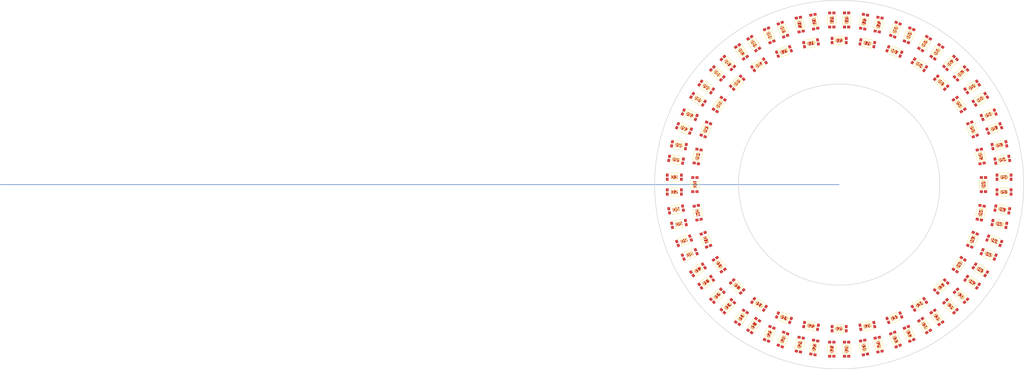
<source format=kicad_pcb>
(kicad_pcb (version 20241229) (generator "pcbnew") (generator_version "9.0")
  (layers (0 "F.Cu" signal) (2 "B.Cu" signal) (13 "F.Paste" user) (15 "B.Paste" user) (5 "F.SilkS" user "F.Silkscreen") (7 "B.SilkS" user "B.Silkscreen") (1 "F.Mask" user) (3 "B.Mask" user) (25 "Edge.Cuts" user))
  (net 0 "")
  (footprint "Library:STW9Q14CT0U0HA" (layer "F.Cu") (at 119.746465 147.672184 -157.5)
    (property "Reference" "D31" (at 0 0 22.5) (layer "F.SilkS") (effects (font (size 1.27 1.27) (thickness 0.254))))
    (property "Value" "LED" (hide yes))
    (pad "1" smd rect (at -2.525 0.75 202.5) (size 0.95 1.1) (layers "F.Cu" "F.Mask" "F.Paste"))
    (pad "2" smd rect (at 2.525 -0.75 202.5) (size 0.95 1.1) (layers "F.Cu" "F.Mask" "F.Paste"))
    (pad "3" smd rect (at 2.525 0.75 202.5) (size 0.95 1.1) (layers "F.Cu" "F.Mask" "F.Paste"))
    (pad "4" smd rect (at -2.525 -0.75 202.5) (size 0.95 1.1) (layers "F.Cu" "F.Mask" "F.Paste"))
    (pad "5" smd rect (at 0 0 292.5) (size 1.4 2.4) (layers "F.Cu" "F.Mask" "F.Paste"))
  )
  (footprint "Library:STW9Q14CT0U0HA" (layer "F.Cu") (at 157.300303 114.099655 168.75)
    (property "Reference" "D48" (at 0 0 168.75) (layer "F.SilkS") (effects (font (size 1.27 1.27) (thickness 0.254))))
    (property "Value" "LED" (hide yes))
    (pad "1" smd rect (at -2.525 0.75 168.75) (size 0.95 1.1) (layers "F.Cu" "F.Mask" "F.Paste"))
    (pad "2" smd rect (at 2.525 -0.75 168.75) (size 0.95 1.1) (layers "F.Cu" "F.Mask" "F.Paste"))
    (pad "3" smd rect (at 2.525 0.75 168.75) (size 0.95 1.1) (layers "F.Cu" "F.Mask" "F.Paste"))
    (pad "4" smd rect (at -2.525 -0.75 168.75) (size 0.95 1.1) (layers "F.Cu" "F.Mask" "F.Paste"))
    (pad "5" smd rect (at 0 0 258.75) (size 1.4 2.4) (layers "F.Cu" "F.Mask" "F.Paste"))
  )
  (footprint "Library:STW9Q14CT0U0HA" (layer "F.Cu") (at 49.39148 89.933339 78.75)
    (property "Reference" "D94" (at 0 0 78.75) (layer "F.SilkS") (effects (font (size 1.27 1.27) (thickness 0.254))))
    (property "Value" "LED" (hide yes))
    (pad "1" smd rect (at -2.525 0.75 78.75) (size 0.95 1.1) (layers "F.Cu" "F.Mask" "F.Paste"))
    (pad "2" smd rect (at 2.525 -0.75 78.75) (size 0.95 1.1) (layers "F.Cu" "F.Mask" "F.Paste"))
    (pad "3" smd rect (at 2.525 0.75 78.75) (size 0.95 1.1) (layers "F.Cu" "F.Mask" "F.Paste"))
    (pad "4" smd rect (at -2.525 -0.75 78.75) (size 0.95 1.1) (layers "F.Cu" "F.Mask" "F.Paste"))
    (pad "5" smd rect (at 0 0 168.75) (size 1.4 2.4) (layers "F.Cu" "F.Mask" "F.Paste"))
  )
  (footprint "Library:STW9Q14CT0U0HA" (layer "F.Cu") (at 110.066661 49.39148 -11.25)
    (property "Reference" "D70" (at 0 0 168.75) (layer "F.SilkS") (effects (font (size 1.27 1.27) (thickness 0.254))))
    (property "Value" "LED" (hide yes))
    (pad "1" smd rect (at -2.525 0.75 348.75) (size 0.95 1.1) (layers "F.Cu" "F.Mask" "F.Paste"))
    (pad "2" smd rect (at 2.525 -0.75 348.75) (size 0.95 1.1) (layers "F.Cu" "F.Mask" "F.Paste"))
    (pad "3" smd rect (at 2.525 0.75 348.75) (size 0.95 1.1) (layers "F.Cu" "F.Mask" "F.Paste"))
    (pad "4" smd rect (at -2.525 -0.75 348.75) (size 0.95 1.1) (layers "F.Cu" "F.Mask" "F.Paste"))
    (pad "5" smd rect (at 0 0 78.75) (size 1.4 2.4) (layers "F.Cu" "F.Mask" "F.Paste"))
  )
  (footprint "Library:STW9Q14CT0U0HA" (layer "F.Cu") (at 114.099655 42.699697 -101.25)
    (property "Reference" "D72" (at 0 0 78.75) (layer "F.SilkS") (effects (font (size 1.27 1.27) (thickness 0.254))))
    (property "Value" "LED" (hide yes))
    (pad "1" smd rect (at -2.525 0.75 258.75) (size 0.95 1.1) (layers "F.Cu" "F.Mask" "F.Paste"))
    (pad "2" smd rect (at 2.525 -0.75 258.75) (size 0.95 1.1) (layers "F.Cu" "F.Mask" "F.Paste"))
    (pad "3" smd rect (at 2.525 0.75 258.75) (size 0.95 1.1) (layers "F.Cu" "F.Mask" "F.Paste"))
    (pad "4" smd rect (at -2.525 -0.75 258.75) (size 0.95 1.1) (layers "F.Cu" "F.Mask" "F.Paste"))
    (pad "5" smd rect (at 0 0 348.75) (size 1.4 2.4) (layers "F.Cu" "F.Mask" "F.Paste"))
  )
  (footprint "Library:STW9Q14CT0U0HA" (layer "F.Cu") (at 60.189888 56.442222 -45)
    (property "Reference" "D87" (at 0 0 135) (layer "F.SilkS") (effects (font (size 1.27 1.27) (thickness 0.254))))
    (property "Value" "LED" (hide yes))
    (pad "1" smd rect (at -2.525001 0.75 315) (size 0.95 1.1) (layers "F.Cu" "F.Mask" "F.Paste"))
    (pad "2" smd rect (at 2.525001 -0.75 315) (size 0.95 1.1) (layers "F.Cu" "F.Mask" "F.Paste"))
    (pad "3" smd rect (at 2.525001 0.75 315) (size 0.95 1.1) (layers "F.Cu" "F.Mask" "F.Paste"))
    (pad "4" smd rect (at -2.525001 -0.75 315) (size 0.95 1.1) (layers "F.Cu" "F.Mask" "F.Paste"))
    (pad "5" smd rect (at 0 0 45) (size 1.4 2.4) (layers "F.Cu" "F.Mask" "F.Paste"))
  )
  (footprint "Library:STW9Q14CT0U0HA" (layer "F.Cu") (at 100 151.6 180)
    (property "Reference" "D25" (at 0 0 0) (layer "F.SilkS") (effects (font (size 1.27 1.27) (thickness 0.254))))
    (property "Value" "LED" (hide yes))
    (pad "1" smd rect (at -2.525 0.75 180) (size 0.95 1.1) (layers "F.Cu" "F.Mask" "F.Paste"))
    (pad "2" smd rect (at 2.525 -0.75 180) (size 0.95 1.1) (layers "F.Cu" "F.Mask" "F.Paste"))
    (pad "3" smd rect (at 2.525 0.75 180) (size 0.95 1.1) (layers "F.Cu" "F.Mask" "F.Paste"))
    (pad "4" smd rect (at -2.525 -0.75 180) (size 0.95 1.1) (layers "F.Cu" "F.Mask" "F.Paste"))
    (pad "5" smd rect (at 0 0 270) (size 1.4 2.4) (layers "F.Cu" "F.Mask" "F.Paste"))
  )
  (footprint "Library:STW9Q14CT0U0HA" (layer "F.Cu") (at 52.327816 80.253535 67.5)
    (property "Reference" "D91" (at 0 0 67.5) (layer "F.SilkS") (effects (font (size 1.27 1.27) (thickness 0.254))))
    (property "Value" "LED" (hide yes))
    (pad "1" smd rect (at -2.525 0.75 67.5) (size 0.95 1.1) (layers "F.Cu" "F.Mask" "F.Paste"))
    (pad "2" smd rect (at 2.525 -0.75 67.5) (size 0.95 1.1) (layers "F.Cu" "F.Mask" "F.Paste"))
    (pad "3" smd rect (at 2.525 0.75 67.5) (size 0.95 1.1) (layers "F.Cu" "F.Mask" "F.Paste"))
    (pad "4" smd rect (at -2.525 -0.75 67.5) (size 0.95 1.1) (layers "F.Cu" "F.Mask" "F.Paste"))
    (pad "5" smd rect (at 0 0 157.5) (size 1.4 2.4) (layers "F.Cu" "F.Mask" "F.Paste"))
  )
  (footprint "Library:STW9Q14CT0U0HA" (layer "F.Cu") (at 128.667424 57.096168 -33.75)
    (property "Reference" "D64" (at 0 0 146.25) (layer "F.SilkS") (effects (font (size 1.27 1.27) (thickness 0.254))))
    (property "Value" "LED" (hide yes))
    (pad "1" smd rect (at -2.525 0.749999 326.25) (size 0.95 1.1) (layers "F.Cu" "F.Mask" "F.Paste"))
    (pad "2" smd rect (at 2.525 -0.749999 326.25) (size 0.95 1.1) (layers "F.Cu" "F.Mask" "F.Paste"))
    (pad "3" smd rect (at 2.525 0.75 326.25) (size 0.95 1.1) (layers "F.Cu" "F.Mask" "F.Paste"))
    (pad "4" smd rect (at -2.525 -0.75 326.25) (size 0.95 1.1) (layers "F.Cu" "F.Mask" "F.Paste"))
    (pad "5" smd rect (at 0 0 56.25) (size 1.4 2.4) (layers "F.Cu" "F.Mask" "F.Paste"))
  )
  (footprint "Library:STW9Q14CT0U0HA" (layer "F.Cu") (at 42.699697 114.099655 11.25)
    (property "Reference" "D5" (at 0 0 11.25) (layer "F.SilkS") (effects (font (size 1.27 1.27) (thickness 0.254))))
    (property "Value" "LED" (hide yes))
    (pad "1" smd rect (at -2.525 0.75 11.25) (size 0.95 1.1) (layers "F.Cu" "F.Mask" "F.Paste"))
    (pad "2" smd rect (at 2.525 -0.75 11.25) (size 0.95 1.1) (layers "F.Cu" "F.Mask" "F.Paste"))
    (pad "3" smd rect (at 2.525 0.75 11.25) (size 0.95 1.1) (layers "F.Cu" "F.Mask" "F.Paste"))
    (pad "4" smd rect (at -2.525 -0.75 11.25) (size 0.95 1.1) (layers "F.Cu" "F.Mask" "F.Paste"))
    (pad "5" smd rect (at 0 0 101.25) (size 1.4 2.4) (layers "F.Cu" "F.Mask" "F.Paste"))
  )
  (footprint "Library:STW9Q14CT0U0HA" (layer "F.Cu") (at 65.04574 147.542873 56.25)
    (property "Reference" "D18" (at 0 0 56.25) (layer "F.SilkS") (effects (font (size 1.27 1.27) (thickness 0.254))))
    (property "Value" "LED" (hide yes))
    (pad "1" smd rect (at -2.525 0.749999 56.25) (size 0.95 1.1) (layers "F.Cu" "F.Mask" "F.Paste"))
    (pad "2" smd rect (at 2.525 -0.749999 56.25) (size 0.95 1.1) (layers "F.Cu" "F.Mask" "F.Paste"))
    (pad "3" smd rect (at 2.525 0.75 56.25) (size 0.95 1.1) (layers "F.Cu" "F.Mask" "F.Paste"))
    (pad "4" smd rect (at -2.525 -0.75 56.25) (size 0.95 1.1) (layers "F.Cu" "F.Mask" "F.Paste"))
    (pad "5" smd rect (at 0 0 146.25) (size 1.4 2.4) (layers "F.Cu" "F.Mask" "F.Paste"))
  )
  (footprint "Library:STW9Q14CT0U0HA" (layer "F.Cu") (at 108.901493 158.334282 101.25)
    (property "Reference" "D30" (at 0 0 101.25) (layer "F.SilkS") (effects (font (size 1.27 1.27) (thickness 0.254))))
    (property "Value" "LED" (hide yes))
    (pad "1" smd rect (at -2.525 0.75 101.25) (size 0.95 1.1) (layers "F.Cu" "F.Mask" "F.Paste"))
    (pad "2" smd rect (at 2.525 -0.75 101.25) (size 0.95 1.1) (layers "F.Cu" "F.Mask" "F.Paste"))
    (pad "3" smd rect (at 2.525 0.75 101.25) (size 0.95 1.1) (layers "F.Cu" "F.Mask" "F.Paste"))
    (pad "4" smd rect (at -2.525 -0.75 101.25) (size 0.95 1.1) (layers "F.Cu" "F.Mask" "F.Paste"))
    (pad "5" smd rect (at 0 0 191.25) (size 1.4 2.4) (layers "F.Cu" "F.Mask" "F.Paste"))
  )
  (footprint "Library:STW9Q14CT0U0HA" (layer "F.Cu") (at 44.52319 79.889092 -22.5)
    (property "Reference" "D92" (at 0 0 157.5) (layer "F.SilkS") (effects (font (size 1.27 1.27) (thickness 0.254))))
    (property "Value" "LED" (hide yes))
    (pad "1" smd rect (at -2.525 0.75 337.5) (size 0.95 1.1) (layers "F.Cu" "F.Mask" "F.Paste"))
    (pad "2" smd rect (at 2.525 -0.75 337.5) (size 0.95 1.1) (layers "F.Cu" "F.Mask" "F.Paste"))
    (pad "3" smd rect (at 2.525 0.75 337.5) (size 0.95 1.1) (layers "F.Cu" "F.Mask" "F.Paste"))
    (pad "4" smd rect (at -2.525 -0.75 337.5) (size 0.95 1.1) (layers "F.Cu" "F.Mask" "F.Paste"))
    (pad "5" smd rect (at 0 0 67.5) (size 1.4 2.4) (layers "F.Cu" "F.Mask" "F.Paste"))
  )
  (footprint "Library:STW9Q14CT0U0HA" (layer "F.Cu") (at 56.442222 139.810112 45)
    (property "Reference" "D15" (at 0 0 45) (layer "F.SilkS") (effects (font (size 1.27 1.27) (thickness 0.254))))
    (property "Value" "LED" (hide yes))
    (pad "1" smd rect (at -2.525001 0.75 45) (size 0.95 1.1) (layers "F.Cu" "F.Mask" "F.Paste"))
    (pad "2" smd rect (at 2.525001 -0.75 45) (size 0.95 1.1) (layers "F.Cu" "F.Mask" "F.Paste"))
    (pad "3" smd rect (at 2.525001 0.75 45) (size 0.95 1.1) (layers "F.Cu" "F.Mask" "F.Paste"))
    (pad "4" smd rect (at -2.525001 -0.75 45) (size 0.95 1.1) (layers "F.Cu" "F.Mask" "F.Paste"))
    (pad "5" smd rect (at 0 0 135) (size 1.4 2.4) (layers "F.Cu" "F.Mask" "F.Paste"))
  )
  (footprint "Library:STW9Q14CT0U0HA" (layer "F.Cu") (at 74.992531 46.551413 -67.5)
    (property "Reference" "D80" (at 0 0 112.5) (layer "F.SilkS") (effects (font (size 1.27 1.27) (thickness 0.254))))
    (property "Value" "LED" (hide yes))
    (pad "1" smd rect (at -2.525 0.75 292.5) (size 0.95 1.1) (layers "F.Cu" "F.Mask" "F.Paste"))
    (pad "2" smd rect (at 2.525 -0.75 292.5) (size 0.95 1.1) (layers "F.Cu" "F.Mask" "F.Paste"))
    (pad "3" smd rect (at 2.525 0.75 292.5) (size 0.95 1.1) (layers "F.Cu" "F.Mask" "F.Paste"))
    (pad "4" smd rect (at -2.525 -0.75 292.5) (size 0.95 1.1) (layers "F.Cu" "F.Mask" "F.Paste"))
    (pad "5" smd rect (at 0 0 22.5) (size 1.4 2.4) (layers "F.Cu" "F.Mask" "F.Paste"))
  )
  (footprint "Library:STW9Q14CT0U0HA" (layer "F.Cu") (at 63.51329 63.51329 45)
    (property "Reference" "D85" (at 0 0 45) (layer "F.SilkS") (effects (font (size 1.27 1.27) (thickness 0.254))))
    (property "Value" "LED" (hide yes))
    (pad "1" smd rect (at -2.525001 0.75 45) (size 0.95 1.1) (layers "F.Cu" "F.Mask" "F.Paste"))
    (pad "2" smd rect (at 2.525001 -0.75 45) (size 0.95 1.1) (layers "F.Cu" "F.Mask" "F.Paste"))
    (pad "3" smd rect (at 2.525001 0.75 45) (size 0.95 1.1) (layers "F.Cu" "F.Mask" "F.Paste"))
    (pad "4" smd rect (at -2.525001 -0.75 45) (size 0.95 1.1) (layers "F.Cu" "F.Mask" "F.Paste"))
    (pad "5" smd rect (at 0 0 135) (size 1.4 2.4) (layers "F.Cu" "F.Mask" "F.Paste"))
  )
  (footprint "Library:STW9Q14CT0U0HA" (layer "F.Cu") (at 46.551413 125.007469 22.5)
    (property "Reference" "D8" (at 0 0 22.5) (layer "F.SilkS") (effects (font (size 1.27 1.27) (thickness 0.254))))
    (property "Value" "LED" (hide yes))
    (pad "1" smd rect (at -2.525 0.75 22.5) (size 0.95 1.1) (layers "F.Cu" "F.Mask" "F.Paste"))
    (pad "2" smd rect (at 2.525 -0.75 22.5) (size 0.95 1.1) (layers "F.Cu" "F.Mask" "F.Paste"))
    (pad "3" smd rect (at 2.525 0.75 22.5) (size 0.95 1.1) (layers "F.Cu" "F.Mask" "F.Paste"))
    (pad "4" smd rect (at -2.525 -0.75 22.5) (size 0.95 1.1) (layers "F.Cu" "F.Mask" "F.Paste"))
    (pad "5" smd rect (at 0 0 112.5) (size 1.4 2.4) (layers "F.Cu" "F.Mask" "F.Paste"))
  )
  (footprint "Library:STW9Q14CT0U0HA" (layer "F.Cu") (at 63.51329 136.48671 135)
    (property "Reference" "D13" (at 0 0 135) (layer "F.SilkS") (effects (font (size 1.27 1.27) (thickness 0.254))))
    (property "Value" "LED" (hide yes))
    (pad "1" smd rect (at -2.525001 0.75 135) (size 0.95 1.1) (layers "F.Cu" "F.Mask" "F.Paste"))
    (pad "2" smd rect (at 2.525001 -0.75 135) (size 0.95 1.1) (layers "F.Cu" "F.Mask" "F.Paste"))
    (pad "3" smd rect (at 2.525001 0.75 135) (size 0.95 1.1) (layers "F.Cu" "F.Mask" "F.Paste"))
    (pad "4" smd rect (at -2.525001 -0.75 135) (size 0.95 1.1) (layers "F.Cu" "F.Mask" "F.Paste"))
    (pad "5" smd rect (at 0 0 225) (size 1.4 2.4) (layers "F.Cu" "F.Mask" "F.Paste"))
  )
  (footprint "Library:STW9Q14CT0U0HA" (layer "F.Cu") (at 130.547471 150.487395 123.75)
    (property "Reference" "D36" (at 0 0 123.75) (layer "F.SilkS") (effects (font (size 1.27 1.27) (thickness 0.254))))
    (property "Value" "LED" (hide yes))
    (pad "1" smd rect (at -2.525 0.75 123.75) (size 0.95 1.1) (layers "F.Cu" "F.Mask" "F.Paste"))
    (pad "2" smd rect (at 2.525 -0.75 123.75) (size 0.95 1.1) (layers "F.Cu" "F.Mask" "F.Paste"))
    (pad "3" smd rect (at 2.525 0.749999 123.75) (size 0.95 1.1) (layers "F.Cu" "F.Mask" "F.Paste"))
    (pad "4" smd rect (at -2.525 -0.749999 123.75) (size 0.95 1.1) (layers "F.Cu" "F.Mask" "F.Paste"))
    (pad "5" smd rect (at 0 0 213.75) (size 1.4 2.4) (layers "F.Cu" "F.Mask" "F.Paste"))
  )
  (footprint "Library:STW9Q14CT0U0HA" (layer "F.Cu") (at 134.95426 52.457127 -123.75)
    (property "Reference" "D66" (at 0 0 56.25) (layer "F.SilkS") (effects (font (size 1.27 1.27) (thickness 0.254))))
    (property "Value" "LED" (hide yes))
    (pad "1" smd rect (at -2.525 0.749999 236.25) (size 0.95 1.1) (layers "F.Cu" "F.Mask" "F.Paste"))
    (pad "2" smd rect (at 2.525 -0.749999 236.25) (size 0.95 1.1) (layers "F.Cu" "F.Mask" "F.Paste"))
    (pad "3" smd rect (at 2.525 0.75 236.25) (size 0.95 1.1) (layers "F.Cu" "F.Mask" "F.Paste"))
    (pad "4" smd rect (at -2.525 -0.75 236.25) (size 0.95 1.1) (layers "F.Cu" "F.Mask" "F.Paste"))
    (pad "5" smd rect (at 0 0 326.25) (size 1.4 2.4) (layers "F.Cu" "F.Mask" "F.Paste"))
  )
  (footprint "Library:STW9Q14CT0U0HA" (layer "F.Cu") (at 65.04574 52.457127 -56.25)
    (property "Reference" "D83" (at 0 0 123.75) (layer "F.SilkS") (effects (font (size 1.27 1.27) (thickness 0.254))))
    (property "Value" "LED" (hide yes))
    (pad "1" smd rect (at -2.525 0.75 303.75) (size 0.95 1.1) (layers "F.Cu" "F.Mask" "F.Paste"))
    (pad "2" smd rect (at 2.525 -0.75 303.75) (size 0.95 1.1) (layers "F.Cu" "F.Mask" "F.Paste"))
    (pad "3" smd rect (at 2.525 0.749999 303.75) (size 0.95 1.1) (layers "F.Cu" "F.Mask" "F.Paste"))
    (pad "4" smd rect (at -2.525 -0.749999 303.75) (size 0.95 1.1) (layers "F.Cu" "F.Mask" "F.Paste"))
    (pad "5" smd rect (at 0 0 33.75) (size 1.4 2.4) (layers "F.Cu" "F.Mask" "F.Paste"))
  )
  (footprint "Library:STW9Q14CT0U0HA" (layer "F.Cu") (at 150.487395 130.547471 146.25)
    (property "Reference" "D41" (at 0 0 146.25) (layer "F.SilkS") (effects (font (size 1.27 1.27) (thickness 0.254))))
    (property "Value" "LED" (hide yes))
    (pad "1" smd rect (at -2.525 0.749999 146.25) (size 0.95 1.1) (layers "F.Cu" "F.Mask" "F.Paste"))
    (pad "2" smd rect (at 2.525 -0.749999 146.25) (size 0.95 1.1) (layers "F.Cu" "F.Mask" "F.Paste"))
    (pad "3" smd rect (at 2.525 0.75 146.25) (size 0.95 1.1) (layers "F.Cu" "F.Mask" "F.Paste"))
    (pad "4" smd rect (at -2.525 -0.75 146.25) (size 0.95 1.1) (layers "F.Cu" "F.Mask" "F.Paste"))
    (pad "5" smd rect (at 0 0 236.25) (size 1.4 2.4) (layers "F.Cu" "F.Mask" "F.Paste"))
  )
  (footprint "Library:STW9Q14CT0U0HA" (layer "F.Cu") (at 130.547471 49.512605 -123.75)
    (property "Reference" "D65" (at 0 0 56.25) (layer "F.SilkS") (effects (font (size 1.27 1.27) (thickness 0.254))))
    (property "Value" "LED" (hide yes))
    (pad "1" smd rect (at -2.525 0.749999 236.25) (size 0.95 1.1) (layers "F.Cu" "F.Mask" "F.Paste"))
    (pad "2" smd rect (at 2.525 -0.749999 236.25) (size 0.95 1.1) (layers "F.Cu" "F.Mask" "F.Paste"))
    (pad "3" smd rect (at 2.525 0.75 236.25) (size 0.95 1.1) (layers "F.Cu" "F.Mask" "F.Paste"))
    (pad "4" smd rect (at -2.525 -0.75 236.25) (size 0.95 1.1) (layers "F.Cu" "F.Mask" "F.Paste"))
    (pad "5" smd rect (at 0 0 326.25) (size 1.4 2.4) (layers "F.Cu" "F.Mask" "F.Paste"))
  )
  (footprint "Library:STW9Q14CT0U0HA" (layer "F.Cu") (at 52.327816 119.746465 112.5)
    (property "Reference" "D7" (at 0 0 112.5) (layer "F.SilkS") (effects (font (size 1.27 1.27) (thickness 0.254))))
    (property "Value" "LED" (hide yes))
    (pad "1" smd rect (at -2.525 0.75 112.5) (size 0.95 1.1) (layers "F.Cu" "F.Mask" "F.Paste"))
    (pad "2" smd rect (at 2.525 -0.75 112.5) (size 0.95 1.1) (layers "F.Cu" "F.Mask" "F.Paste"))
    (pad "3" smd rect (at 2.525 0.75 112.5) (size 0.95 1.1) (layers "F.Cu" "F.Mask" "F.Paste"))
    (pad "4" smd rect (at -2.525 -0.75 112.5) (size 0.95 1.1) (layers "F.Cu" "F.Mask" "F.Paste"))
    (pad "5" smd rect (at 0 0 202.5) (size 1.4 2.4) (layers "F.Cu" "F.Mask" "F.Paste"))
  )
  (footprint "Library:STW9Q14CT0U0HA" (layer "F.Cu") (at 110.066661 150.60852 -168.75)
    (property "Reference" "D28" (at 0 0 11.25) (layer "F.SilkS") (effects (font (size 1.27 1.27) (thickness 0.254))))
    (property "Value" "LED" (hide yes))
    (pad "1" smd rect (at -2.525 0.75 191.25) (size 0.95 1.1) (layers "F.Cu" "F.Mask" "F.Paste"))
    (pad "2" smd rect (at 2.525 -0.75 191.25) (size 0.95 1.1) (layers "F.Cu" "F.Mask" "F.Paste"))
    (pad "3" smd rect (at 2.525 0.75 191.25) (size 0.95 1.1) (layers "F.Cu" "F.Mask" "F.Paste"))
    (pad "4" smd rect (at -2.525 -0.75 191.25) (size 0.95 1.1) (layers "F.Cu" "F.Mask" "F.Paste"))
    (pad "5" smd rect (at 0 0 281.25) (size 1.4 2.4) (layers "F.Cu" "F.Mask" "F.Paste"))
  )
  (footprint "Library:STW9Q14CT0U0HA" (layer "F.Cu") (at 41.05 102.65)
    (property "Reference" "D2" (at 0 0 0) (layer "F.SilkS") (effects (font (size 1.27 1.27) (thickness 0.254))))
    (property "Value" "LED" (hide yes))
    (pad "1" smd rect (at -2.525 0.75) (size 0.95 1.1) (layers "F.Cu" "F.Mask" "F.Paste"))
    (pad "2" smd rect (at 2.525 -0.75) (size 0.95 1.1) (layers "F.Cu" "F.Mask" "F.Paste"))
    (pad "3" smd rect (at 2.525 0.75) (size 0.95 1.1) (layers "F.Cu" "F.Mask" "F.Paste"))
    (pad "4" smd rect (at -2.525 -0.75) (size 0.95 1.1) (layers "F.Cu" "F.Mask" "F.Paste"))
    (pad "5" smd rect (at 0 0 90) (size 1.4 2.4) (layers "F.Cu" "F.Mask" "F.Paste"))
  )
  (footprint "Library:STW9Q14CT0U0HA" (layer "F.Cu") (at 52.457127 65.04574 -33.75)
    (property "Reference" "D90" (at 0 0 146.25) (layer "F.SilkS") (effects (font (size 1.27 1.27) (thickness 0.254))))
    (property "Value" "LED" (hide yes))
    (pad "1" smd rect (at -2.525 0.749999 326.25) (size 0.95 1.1) (layers "F.Cu" "F.Mask" "F.Paste"))
    (pad "2" smd rect (at 2.525 -0.749999 326.25) (size 0.95 1.1) (layers "F.Cu" "F.Mask" "F.Paste"))
    (pad "3" smd rect (at 2.525 0.75 326.25) (size 0.95 1.1) (layers "F.Cu" "F.Mask" "F.Paste"))
    (pad "4" smd rect (at -2.525 -0.75 326.25) (size 0.95 1.1) (layers "F.Cu" "F.Mask" "F.Paste"))
    (pad "5" smd rect (at 0 0 56.25) (size 1.4 2.4) (layers "F.Cu" "F.Mask" "F.Paste"))
  )
  (footprint "Library:STW9Q14CT0U0HA" (layer "F.Cu") (at 80.253535 147.672184 157.5)
    (property "Reference" "D19" (at 0 0 157.5) (layer "F.SilkS") (effects (font (size 1.27 1.27) (thickness 0.254))))
    (property "Value" "LED" (hide yes))
    (pad "1" smd rect (at -2.525 0.75 157.5) (size 0.95 1.1) (layers "F.Cu" "F.Mask" "F.Paste"))
    (pad "2" smd rect (at 2.525 -0.75 157.5) (size 0.95 1.1) (layers "F.Cu" "F.Mask" "F.Paste"))
    (pad "3" smd rect (at 2.525 0.75 157.5) (size 0.95 1.1) (layers "F.Cu" "F.Mask" "F.Paste"))
    (pad "4" smd rect (at -2.525 -0.75 157.5) (size 0.95 1.1) (layers "F.Cu" "F.Mask" "F.Paste"))
    (pad "5" smd rect (at 0 0 247.5) (size 1.4 2.4) (layers "F.Cu" "F.Mask" "F.Paste"))
  )
  (footprint "Library:STW9Q14CT0U0HA" (layer "F.Cu") (at 79.889092 155.47681 67.5)
    (property "Reference" "D20" (at 0 0 67.5) (layer "F.SilkS") (effects (font (size 1.27 1.27) (thickness 0.254))))
    (property "Value" "LED" (hide yes))
    (pad "1" smd rect (at -2.525 0.75 67.5) (size 0.95 1.1) (layers "F.Cu" "F.Mask" "F.Paste"))
    (pad "2" smd rect (at 2.525 -0.75 67.5) (size 0.95 1.1) (layers "F.Cu" "F.Mask" "F.Paste"))
    (pad "3" smd rect (at 2.525 0.75 67.5) (size 0.95 1.1) (layers "F.Cu" "F.Mask" "F.Paste"))
    (pad "4" smd rect (at -2.525 -0.75 67.5) (size 0.95 1.1) (layers "F.Cu" "F.Mask" "F.Paste"))
    (pad "5" smd rect (at 0 0 157.5) (size 1.4 2.4) (layers "F.Cu" "F.Mask" "F.Paste"))
  )
  (footprint "Library:STW9Q14CT0U0HA" (layer "F.Cu") (at 155.47681 120.110908 157.5)
    (property "Reference" "D44" (at 0 0 157.5) (layer "F.SilkS") (effects (font (size 1.27 1.27) (thickness 0.254))))
    (property "Value" "LED" (hide yes))
    (pad "1" smd rect (at -2.525 0.75 157.5) (size 0.95 1.1) (layers "F.Cu" "F.Mask" "F.Paste"))
    (pad "2" smd rect (at 2.525 -0.75 157.5) (size 0.95 1.1) (layers "F.Cu" "F.Mask" "F.Paste"))
    (pad "3" smd rect (at 2.525 0.75 157.5) (size 0.95 1.1) (layers "F.Cu" "F.Mask" "F.Paste"))
    (pad "4" smd rect (at -2.525 -0.75 157.5) (size 0.95 1.1) (layers "F.Cu" "F.Mask" "F.Paste"))
    (pad "5" smd rect (at 0 0 247.5) (size 1.4 2.4) (layers "F.Cu" "F.Mask" "F.Paste"))
  )
  (footprint "Library:STW9Q14CT0U0HA" (layer "F.Cu") (at 89.933339 49.39148 11.25)
    (property "Reference" "D76" (at 0 0 11.25) (layer "F.SilkS") (effects (font (size 1.27 1.27) (thickness 0.254))))
    (property "Value" "LED" (hide yes))
    (pad "1" smd rect (at -2.525 0.75 11.25) (size 0.95 1.1) (layers "F.Cu" "F.Mask" "F.Paste"))
    (pad "2" smd rect (at 2.525 -0.75 11.25) (size 0.95 1.1) (layers "F.Cu" "F.Mask" "F.Paste"))
    (pad "3" smd rect (at 2.525 0.75 11.25) (size 0.95 1.1) (layers "F.Cu" "F.Mask" "F.Paste"))
    (pad "4" smd rect (at -2.525 -0.75 11.25) (size 0.95 1.1) (layers "F.Cu" "F.Mask" "F.Paste"))
    (pad "5" smd rect (at 0 0 101.25) (size 1.4 2.4) (layers "F.Cu" "F.Mask" "F.Paste"))
  )
  (footprint "Library:STW9Q14CT0U0HA" (layer "F.Cu") (at 128.667424 142.903832 -146.25)
    (property "Reference" "D34" (at 0 0 33.75) (layer "F.SilkS") (effects (font (size 1.27 1.27) (thickness 0.254))))
    (property "Value" "LED" (hide yes))
    (pad "1" smd rect (at -2.525 0.75 213.75) (size 0.95 1.1) (layers "F.Cu" "F.Mask" "F.Paste"))
    (pad "2" smd rect (at 2.525 -0.75 213.75) (size 0.95 1.1) (layers "F.Cu" "F.Mask" "F.Paste"))
    (pad "3" smd rect (at 2.525 0.749999 213.75) (size 0.95 1.1) (layers "F.Cu" "F.Mask" "F.Paste"))
    (pad "4" smd rect (at -2.525 -0.749999 213.75) (size 0.95 1.1) (layers "F.Cu" "F.Mask" "F.Paste"))
    (pad "5" smd rect (at 0 0 303.75) (size 1.4 2.4) (layers "F.Cu" "F.Mask" "F.Paste"))
  )
  (footprint "Library:STW9Q14CT0U0HA" (layer "F.Cu") (at 125.007469 153.448587 112.5)
    (property "Reference" "D32" (at 0 0 112.5) (layer "F.SilkS") (effects (font (size 1.27 1.27) (thickness 0.254))))
    (property "Value" "LED" (hide yes))
    (pad "1" smd rect (at -2.525 0.75 112.5) (size 0.95 1.1) (layers "F.Cu" "F.Mask" "F.Paste"))
    (pad "2" smd rect (at 2.525 -0.75 112.5) (size 0.95 1.1) (layers "F.Cu" "F.Mask" "F.Paste"))
    (pad "3" smd rect (at 2.525 0.75 112.5) (size 0.95 1.1) (layers "F.Cu" "F.Mask" "F.Paste"))
    (pad "4" smd rect (at -2.525 -0.75 112.5) (size 0.95 1.1) (layers "F.Cu" "F.Mask" "F.Paste"))
    (pad "5" smd rect (at 0 0 202.5) (size 1.4 2.4) (layers "F.Cu" "F.Mask" "F.Paste"))
  )
  (footprint "Library:STW9Q14CT0U0HA" (layer "F.Cu") (at 97.35 158.95 90)
    (property "Reference" "D27" (at 0 0 90) (layer "F.SilkS") (effects (font (size 1.27 1.27) (thickness 0.254))))
    (property "Value" "LED" (hide yes))
    (pad "1" smd rect (at -2.525 0.75 90) (size 0.95 1.1) (layers "F.Cu" "F.Mask" "F.Paste"))
    (pad "2" smd rect (at 2.525 -0.75 90) (size 0.95 1.1) (layers "F.Cu" "F.Mask" "F.Paste"))
    (pad "3" smd rect (at 2.525 0.75 90) (size 0.95 1.1) (layers "F.Cu" "F.Mask" "F.Paste"))
    (pad "4" smd rect (at -2.525 -0.75 90) (size 0.95 1.1) (layers "F.Cu" "F.Mask" "F.Paste"))
    (pad "5" smd rect (at 0 0 180) (size 1.4 2.4) (layers "F.Cu" "F.Mask" "F.Paste"))
  )
  (footprint "Library:STW9Q14CT0U0HA" (layer "F.Cu") (at 49.512605 130.547471 33.75)
    (property "Reference" "D12" (at 0 0 33.75) (layer "F.SilkS") (effects (font (size 1.27 1.27) (thickness 0.254))))
    (property "Value" "LED" (hide yes))
    (pad "1" smd rect (at -2.525 0.75 33.75) (size 0.95 1.1) (layers "F.Cu" "F.Mask" "F.Paste"))
    (pad "2" smd rect (at 2.525 -0.75 33.75) (size 0.95 1.1) (layers "F.Cu" "F.Mask" "F.Paste"))
    (pad "3" smd rect (at 2.525 0.749999 33.75) (size 0.95 1.1) (layers "F.Cu" "F.Mask" "F.Paste"))
    (pad "4" smd rect (at -2.525 -0.749999 33.75) (size 0.95 1.1) (layers "F.Cu" "F.Mask" "F.Paste"))
    (pad "5" smd rect (at 0 0 123.75) (size 1.4 2.4) (layers "F.Cu" "F.Mask" "F.Paste"))
  )
  (footprint "Library:STW9Q14CT0U0HA" (layer "F.Cu") (at 139.810112 56.442222 -135)
    (property "Reference" "D62" (at 0 0 45) (layer "F.SilkS") (effects (font (size 1.27 1.27) (thickness 0.254))))
    (property "Value" "LED" (hide yes))
    (pad "1" smd rect (at -2.525001 0.75 225) (size 0.95 1.1) (layers "F.Cu" "F.Mask" "F.Paste"))
    (pad "2" smd rect (at 2.525001 -0.75 225) (size 0.95 1.1) (layers "F.Cu" "F.Mask" "F.Paste"))
    (pad "3" smd rect (at 2.525001 0.75 225) (size 0.95 1.1) (layers "F.Cu" "F.Mask" "F.Paste"))
    (pad "4" smd rect (at -2.525001 -0.75 225) (size 0.95 1.1) (layers "F.Cu" "F.Mask" "F.Paste"))
    (pad "5" smd rect (at 0 0 315) (size 1.4 2.4) (layers "F.Cu" "F.Mask" "F.Paste"))
  )
  (footprint "Library:STW9Q14CT0U0HA" (layer "F.Cu") (at 139.810112 143.557778 135)
    (property "Reference" "D39" (at 0 0 135) (layer "F.SilkS") (effects (font (size 1.27 1.27) (thickness 0.254))))
    (property "Value" "LED" (hide yes))
    (pad "1" smd rect (at -2.525001 0.75 135) (size 0.95 1.1) (layers "F.Cu" "F.Mask" "F.Paste"))
    (pad "2" smd rect (at 2.525001 -0.75 135) (size 0.95 1.1) (layers "F.Cu" "F.Mask" "F.Paste"))
    (pad "3" smd rect (at 2.525001 0.75 135) (size 0.95 1.1) (layers "F.Cu" "F.Mask" "F.Paste"))
    (pad "4" smd rect (at -2.525001 -0.75 135) (size 0.95 1.1) (layers "F.Cu" "F.Mask" "F.Paste"))
    (pad "5" smd rect (at 0 0 225) (size 1.4 2.4) (layers "F.Cu" "F.Mask" "F.Paste"))
  )
  (footprint "Library:STW9Q14CT0U0HA" (layer "F.Cu") (at 60.189888 143.557778 45)
    (property "Reference" "D14" (at 0 0 45) (layer "F.SilkS") (effects (font (size 1.27 1.27) (thickness 0.254))))
    (property "Value" "LED" (hide yes))
    (pad "1" smd rect (at -2.525001 0.75 45) (size 0.95 1.1) (layers "F.Cu" "F.Mask" "F.Paste"))
    (pad "2" smd rect (at 2.525001 -0.75 45) (size 0.95 1.1) (layers "F.Cu" "F.Mask" "F.Paste"))
    (pad "3" smd rect (at 2.525001 0.75 45) (size 0.95 1.1) (layers "F.Cu" "F.Mask" "F.Paste"))
    (pad "4" smd rect (at -2.525001 -0.75 45) (size 0.95 1.1) (layers "F.Cu" "F.Mask" "F.Paste"))
    (pad "5" smd rect (at 0 0 135) (size 1.4 2.4) (layers "F.Cu" "F.Mask" "F.Paste"))
  )
  (footprint "Library:STW9Q14CT0U0HA" (layer "F.Cu") (at 142.903832 71.332576 -56.25)
    (property "Reference" "D58" (at 0 0 123.75) (layer "F.SilkS") (effects (font (size 1.27 1.27) (thickness 0.254))))
    (property "Value" "LED" (hide yes))
    (pad "1" smd rect (at -2.525 0.75 303.75) (size 0.95 1.1) (layers "F.Cu" "F.Mask" "F.Paste"))
    (pad "2" smd rect (at 2.525 -0.75 303.75) (size 0.95 1.1) (layers "F.Cu" "F.Mask" "F.Paste"))
    (pad "3" smd rect (at 2.525 0.749999 303.75) (size 0.95 1.1) (layers "F.Cu" "F.Mask" "F.Paste"))
    (pad "4" smd rect (at -2.525 -0.749999 303.75) (size 0.95 1.1) (layers "F.Cu" "F.Mask" "F.Paste"))
    (pad "5" smd rect (at 0 0 33.75) (size 1.4 2.4) (layers "F.Cu" "F.Mask" "F.Paste"))
  )
  (footprint "Library:STW9Q14CT0U0HA" (layer "F.Cu") (at 41.665718 108.901493 11.25)
    (property "Reference" "D6" (at 0 0 11.25) (layer "F.SilkS") (effects (font (size 1.27 1.27) (thickness 0.254))))
    (property "Value" "LED" (hide yes))
    (pad "1" smd rect (at -2.525 0.75 11.25) (size 0.95 1.1) (layers "F.Cu" "F.Mask" "F.Paste"))
    (pad "2" smd rect (at 2.525 -0.75 11.25) (size 0.95 1.1) (layers "F.Cu" "F.Mask" "F.Paste"))
    (pad "3" smd rect (at 2.525 0.75 11.25) (size 0.95 1.1) (layers "F.Cu" "F.Mask" "F.Paste"))
    (pad "4" smd rect (at -2.525 -0.75 11.25) (size 0.95 1.1) (layers "F.Cu" "F.Mask" "F.Paste"))
    (pad "5" smd rect (at 0 0 101.25) (size 1.4 2.4) (layers "F.Cu" "F.Mask" "F.Paste"))
  )
  (footprint "Library:STW9Q14CT0U0HA" (layer "F.Cu") (at 136.48671 136.48671 -135)
    (property "Reference" "D37" (at 0 0 45) (layer "F.SilkS") (effects (font (size 1.27 1.27) (thickness 0.254))))
    (property "Value" "LED" (hide yes))
    (pad "1" smd rect (at -2.525001 0.75 225) (size 0.95 1.1) (layers "F.Cu" "F.Mask" "F.Paste"))
    (pad "2" smd rect (at 2.525001 -0.75 225) (size 0.95 1.1) (layers "F.Cu" "F.Mask" "F.Paste"))
    (pad "3" smd rect (at 2.525001 0.75 225) (size 0.95 1.1) (layers "F.Cu" "F.Mask" "F.Paste"))
    (pad "4" smd rect (at -2.525001 -0.75 225) (size 0.95 1.1) (layers "F.Cu" "F.Mask" "F.Paste"))
    (pad "5" smd rect (at 0 0 315) (size 1.4 2.4) (layers "F.Cu" "F.Mask" "F.Paste"))
  )
  (footprint "Library:STW9Q14CT0U0HA" (layer "F.Cu") (at 74.992531 153.448587 67.5)
    (property "Reference" "D21" (at 0 0 67.5) (layer "F.SilkS") (effects (font (size 1.27 1.27) (thickness 0.254))))
    (property "Value" "LED" (hide yes))
    (pad "1" smd rect (at -2.525 0.75 67.5) (size 0.95 1.1) (layers "F.Cu" "F.Mask" "F.Paste"))
    (pad "2" smd rect (at 2.525 -0.75 67.5) (size 0.95 1.1) (layers "F.Cu" "F.Mask" "F.Paste"))
    (pad "3" smd rect (at 2.525 0.75 67.5) (size 0.95 1.1) (layers "F.Cu" "F.Mask" "F.Paste"))
    (pad "4" smd rect (at -2.525 -0.75 67.5) (size 0.95 1.1) (layers "F.Cu" "F.Mask" "F.Paste"))
    (pad "5" smd rect (at 0 0 157.5) (size 1.4 2.4) (layers "F.Cu" "F.Mask" "F.Paste"))
  )
  (footprint "Library:STW9Q14CT0U0HA" (layer "F.Cu") (at 71.332576 142.903832 146.25)
    (property "Reference" "D16" (at 0 0 146.25) (layer "F.SilkS") (effects (font (size 1.27 1.27) (thickness 0.254))))
    (property "Value" "LED" (hide yes))
    (pad "1" smd rect (at -2.525 0.749999 146.25) (size 0.95 1.1) (layers "F.Cu" "F.Mask" "F.Paste"))
    (pad "2" smd rect (at 2.525 -0.749999 146.25) (size 0.95 1.1) (layers "F.Cu" "F.Mask" "F.Paste"))
    (pad "3" smd rect (at 2.525 0.75 146.25) (size 0.95 1.1) (layers "F.Cu" "F.Mask" "F.Paste"))
    (pad "4" smd rect (at -2.525 -0.75 146.25) (size 0.95 1.1) (layers "F.Cu" "F.Mask" "F.Paste"))
    (pad "5" smd rect (at 0 0 236.25) (size 1.4 2.4) (layers "F.Cu" "F.Mask" "F.Paste"))
  )
  (footprint "Library:STW9Q14CT0U0HA" (layer "F.Cu") (at 147.542873 65.04574 -146.25)
    (property "Reference" "D59" (at 0 0 33.75) (layer "F.SilkS") (effects (font (size 1.27 1.27) (thickness 0.254))))
    (property "Value" "LED" (hide yes))
    (pad "1" smd rect (at -2.525 0.75 213.75) (size 0.95 1.1) (layers "F.Cu" "F.Mask" "F.Paste"))
    (pad "2" smd rect (at 2.525 -0.75 213.75) (size 0.95 1.1) (layers "F.Cu" "F.Mask" "F.Paste"))
    (pad "3" smd rect (at 2.525 0.749999 213.75) (size 0.95 1.1) (layers "F.Cu" "F.Mask" "F.Paste"))
    (pad "4" smd rect (at -2.525 -0.749999 213.75) (size 0.95 1.1) (layers "F.Cu" "F.Mask" "F.Paste"))
    (pad "5" smd rect (at 0 0 303.75) (size 1.4 2.4) (layers "F.Cu" "F.Mask" "F.Paste"))
  )
  (footprint "Library:STW9Q14CT0U0HA" (layer "F.Cu") (at 41.05 97.35)
    (property "Reference" "D3" (at 0 0 0) (layer "F.SilkS") (effects (font (size 1.27 1.27) (thickness 0.254))))
    (property "Value" "LED" (hide yes))
    (pad "1" smd rect (at -2.525 0.75) (size 0.95 1.1) (layers "F.Cu" "F.Mask" "F.Paste"))
    (pad "2" smd rect (at 2.525 -0.75) (size 0.95 1.1) (layers "F.Cu" "F.Mask" "F.Paste"))
    (pad "3" smd rect (at 2.525 0.75) (size 0.95 1.1) (layers "F.Cu" "F.Mask" "F.Paste"))
    (pad "4" smd rect (at -2.525 -0.75) (size 0.95 1.1) (layers "F.Cu" "F.Mask" "F.Paste"))
    (pad "5" smd rect (at 0 0 90) (size 1.4 2.4) (layers "F.Cu" "F.Mask" "F.Paste"))
  )
  (footprint "Library:STW9Q14CT0U0HA" (layer "F.Cu") (at 91.098507 41.665718 -78.75)
    (property "Reference" "D78" (at 0 0 101.25) (layer "F.SilkS") (effects (font (size 1.27 1.27) (thickness 0.254))))
    (property "Value" "LED" (hide yes))
    (pad "1" smd rect (at -2.525 0.75 281.25) (size 0.95 1.1) (layers "F.Cu" "F.Mask" "F.Paste"))
    (pad "2" smd rect (at 2.525 -0.75 281.25) (size 0.95 1.1) (layers "F.Cu" "F.Mask" "F.Paste"))
    (pad "3" smd rect (at 2.525 0.75 281.25) (size 0.95 1.1) (layers "F.Cu" "F.Mask" "F.Paste"))
    (pad "4" smd rect (at -2.525 -0.75 281.25) (size 0.95 1.1) (layers "F.Cu" "F.Mask" "F.Paste"))
    (pad "5" smd rect (at 0 0 11.25) (size 1.4 2.4) (layers "F.Cu" "F.Mask" "F.Paste"))
  )
  (footprint "Library:STW9Q14CT0U0HA" (layer "F.Cu") (at 85.900345 42.699697 -78.75)
    (property "Reference" "D77" (at 0 0 101.25) (layer "F.SilkS") (effects (font (size 1.27 1.27) (thickness 0.254))))
    (property "Value" "LED" (hide yes))
    (pad "1" smd rect (at -2.525 0.75 281.25) (size 0.95 1.1) (layers "F.Cu" "F.Mask" "F.Paste"))
    (pad "2" smd rect (at 2.525 -0.75 281.25) (size 0.95 1.1) (layers "F.Cu" "F.Mask" "F.Paste"))
    (pad "3" smd rect (at 2.525 0.75 281.25) (size 0.95 1.1) (layers "F.Cu" "F.Mask" "F.Paste"))
    (pad "4" smd rect (at -2.525 -0.75 281.25) (size 0.95 1.1) (layers "F.Cu" "F.Mask" "F.Paste"))
    (pad "5" smd rect (at 0 0 11.25) (size 1.4 2.4) (layers "F.Cu" "F.Mask" "F.Paste"))
  )
  (footprint "Library:STW9Q14CT0U0HA" (layer "F.Cu") (at 57.096168 128.667424 123.75)
    (property "Reference" "D10" (at 0 0 123.75) (layer "F.SilkS") (effects (font (size 1.27 1.27) (thickness 0.254))))
    (property "Value" "LED" (hide yes))
    (pad "1" smd rect (at -2.525 0.75 123.75) (size 0.95 1.1) (layers "F.Cu" "F.Mask" "F.Paste"))
    (pad "2" smd rect (at 2.525 -0.75 123.75) (size 0.95 1.1) (layers "F.Cu" "F.Mask" "F.Paste"))
    (pad "3" smd rect (at 2.525 0.749999 123.75) (size 0.95 1.1) (layers "F.Cu" "F.Mask" "F.Paste"))
    (pad "4" smd rect (at -2.525 -0.749999 123.75) (size 0.95 1.1) (layers "F.Cu" "F.Mask" "F.Paste"))
    (pad "5" smd rect (at 0 0 213.75) (size 1.4 2.4) (layers "F.Cu" "F.Mask" "F.Paste"))
  )
  (footprint "Library:STW9Q14CT0U0HA" (layer "F.Cu") (at 120.110908 44.52319 -112.5)
    (property "Reference" "D68" (at 0 0 67.5) (layer "F.SilkS") (effects (font (size 1.27 1.27) (thickness 0.254))))
    (property "Value" "LED" (hide yes))
    (pad "1" smd rect (at -2.525 0.75 247.5) (size 0.95 1.1) (layers "F.Cu" "F.Mask" "F.Paste"))
    (pad "2" smd rect (at 2.525 -0.75 247.5) (size 0.95 1.1) (layers "F.Cu" "F.Mask" "F.Paste"))
    (pad "3" smd rect (at 2.525 0.75 247.5) (size 0.95 1.1) (layers "F.Cu" "F.Mask" "F.Paste"))
    (pad "4" smd rect (at -2.525 -0.75 247.5) (size 0.95 1.1) (layers "F.Cu" "F.Mask" "F.Paste"))
    (pad "5" smd rect (at 0 0 337.5) (size 1.4 2.4) (layers "F.Cu" "F.Mask" "F.Paste"))
  )
  (footprint "Library:STW9Q14CT0U0HA" (layer "F.Cu") (at 143.557778 139.810112 135)
    (property "Reference" "D38" (at 0 0 135) (layer "F.SilkS") (effects (font (size 1.27 1.27) (thickness 0.254))))
    (property "Value" "LED" (hide yes))
    (pad "1" smd rect (at -2.525001 0.75 135) (size 0.95 1.1) (layers "F.Cu" "F.Mask" "F.Paste"))
    (pad "2" smd rect (at 2.525001 -0.75 135) (size 0.95 1.1) (layers "F.Cu" "F.Mask" "F.Paste"))
    (pad "3" smd rect (at 2.525001 0.75 135) (size 0.95 1.1) (layers "F.Cu" "F.Mask" "F.Paste"))
    (pad "4" smd rect (at -2.525001 -0.75 135) (size 0.95 1.1) (layers "F.Cu" "F.Mask" "F.Paste"))
    (pad "5" smd rect (at 0 0 225) (size 1.4 2.4) (layers "F.Cu" "F.Mask" "F.Paste"))
  )
  (footprint "Library:STW9Q14CT0U0HA" (layer "F.Cu") (at 120.110908 155.47681 112.5)
    (property "Reference" "D33" (at 0 0 112.5) (layer "F.SilkS") (effects (font (size 1.27 1.27) (thickness 0.254))))
    (property "Value" "LED" (hide yes))
    (pad "1" smd rect (at -2.525 0.75 112.5) (size 0.95 1.1) (layers "F.Cu" "F.Mask" "F.Paste"))
    (pad "2" smd rect (at 2.525 -0.75 112.5) (size 0.95 1.1) (layers "F.Cu" "F.Mask" "F.Paste"))
    (pad "3" smd rect (at 2.525 0.75 112.5) (size 0.95 1.1) (layers "F.Cu" "F.Mask" "F.Paste"))
    (pad "4" smd rect (at -2.525 -0.75 112.5) (size 0.95 1.1) (layers "F.Cu" "F.Mask" "F.Paste"))
    (pad "5" smd rect (at 0 0 202.5) (size 1.4 2.4) (layers "F.Cu" "F.Mask" "F.Paste"))
  )
  (footprint "Library:STW9Q14CT0U0HA" (layer "F.Cu") (at 52.457127 134.95426 33.75)
    (property "Reference" "D11" (at 0 0 33.75) (layer "F.SilkS") (effects (font (size 1.27 1.27) (thickness 0.254))))
    (property "Value" "LED" (hide yes))
    (pad "1" smd rect (at -2.525 0.75 33.75) (size 0.95 1.1) (layers "F.Cu" "F.Mask" "F.Paste"))
    (pad "2" smd rect (at 2.525 -0.75 33.75) (size 0.95 1.1) (layers "F.Cu" "F.Mask" "F.Paste"))
    (pad "3" smd rect (at 2.525 0.749999 33.75) (size 0.95 1.1) (layers "F.Cu" "F.Mask" "F.Paste"))
    (pad "4" smd rect (at -2.525 -0.749999 33.75) (size 0.95 1.1) (layers "F.Cu" "F.Mask" "F.Paste"))
    (pad "5" smd rect (at 0 0 123.75) (size 1.4 2.4) (layers "F.Cu" "F.Mask" "F.Paste"))
  )
  (footprint "Library:STW9Q14CT0U0HA" (layer "F.Cu") (at 69.452529 150.487395 56.25)
    (property "Reference" "D17" (at 0 0 56.25) (layer "F.SilkS") (effects (font (size 1.27 1.27) (thickness 0.254))))
    (property "Value" "LED" (hide yes))
    (pad "1" smd rect (at -2.525 0.749999 56.25) (size 0.95 1.1) (layers "F.Cu" "F.Mask" "F.Paste"))
    (pad "2" smd rect (at 2.525 -0.749999 56.25) (size 0.95 1.1) (layers "F.Cu" "F.Mask" "F.Paste"))
    (pad "3" smd rect (at 2.525 0.75 56.25) (size 0.95 1.1) (layers "F.Cu" "F.Mask" "F.Paste"))
    (pad "4" smd rect (at -2.525 -0.75 56.25) (size 0.95 1.1) (layers "F.Cu" "F.Mask" "F.Paste"))
    (pad "5" smd rect (at 0 0 146.25) (size 1.4 2.4) (layers "F.Cu" "F.Mask" "F.Paste"))
  )
  (footprint "Library:STW9Q14CT0U0HA" (layer "F.Cu") (at 48.4 100 90)
    (property "Reference" "D1" (at 0 0 90) (layer "F.SilkS") (effects (font (size 1.27 1.27) (thickness 0.254))))
    (property "Value" "LED" (hide yes))
    (pad "1" smd rect (at -2.525 0.75 90) (size 0.95 1.1) (layers "F.Cu" "F.Mask" "F.Paste"))
    (pad "2" smd rect (at 2.525 -0.75 90) (size 0.95 1.1) (layers "F.Cu" "F.Mask" "F.Paste"))
    (pad "3" smd rect (at 2.525 0.75 90) (size 0.95 1.1) (layers "F.Cu" "F.Mask" "F.Paste"))
    (pad "4" smd rect (at -2.525 -0.75 90) (size 0.95 1.1) (layers "F.Cu" "F.Mask" "F.Paste"))
    (pad "5" smd rect (at 0 0 180) (size 1.4 2.4) (layers "F.Cu" "F.Mask" "F.Paste"))
  )
  (footprint "Library:STW9Q14CT0U0HA" (layer "F.Cu") (at 150.60852 89.933339 -78.75)
    (property "Reference" "D52" (at 0 0 101.25) (layer "F.SilkS") (effects (font (size 1.27 1.27) (thickness 0.254))))
    (property "Value" "LED" (hide yes))
    (pad "1" smd rect (at -2.525 0.75 281.25) (size 0.95 1.1) (layers "F.Cu" "F.Mask" "F.Paste"))
    (pad "2" smd rect (at 2.525 -0.75 281.25) (size 0.95 1.1) (layers "F.Cu" "F.Mask" "F.Paste"))
    (pad "3" smd rect (at 2.525 0.75 281.25) (size 0.95 1.1) (layers "F.Cu" "F.Mask" "F.Paste"))
    (pad "4" smd rect (at -2.525 -0.75 281.25) (size 0.95 1.1) (layers "F.Cu" "F.Mask" "F.Paste"))
    (pad "5" smd rect (at 0 0 11.25) (size 1.4 2.4) (layers "F.Cu" "F.Mask" "F.Paste"))
  )
  (footprint "Library:STW9Q14CT0U0HA" (layer "F.Cu") (at 71.332576 57.096168 33.75)
    (property "Reference" "D82" (at 0 0 33.75) (layer "F.SilkS") (effects (font (size 1.27 1.27) (thickness 0.254))))
    (property "Value" "LED" (hide yes))
    (pad "1" smd rect (at -2.525 0.75 33.75) (size 0.95 1.1) (layers "F.Cu" "F.Mask" "F.Paste"))
    (pad "2" smd rect (at 2.525 -0.75 33.75) (size 0.95 1.1) (layers "F.Cu" "F.Mask" "F.Paste"))
    (pad "3" smd rect (at 2.525 0.749999 33.75) (size 0.95 1.1) (layers "F.Cu" "F.Mask" "F.Paste"))
    (pad "4" smd rect (at -2.525 -0.749999 33.75) (size 0.95 1.1) (layers "F.Cu" "F.Mask" "F.Paste"))
    (pad "5" smd rect (at 0 0 123.75) (size 1.4 2.4) (layers "F.Cu" "F.Mask" "F.Paste"))
  )
  (footprint "Library:STW9Q14CT0U0HA" (layer "F.Cu") (at 100 48.4)
    (property "Reference" "D73" (at 0 0 0) (layer "F.SilkS") (effects (font (size 1.27 1.27) (thickness 0.254))))
    (property "Value" "LED" (hide yes))
    (pad "1" smd rect (at -2.525 0.75) (size 0.95 1.1) (layers "F.Cu" "F.Mask" "F.Paste"))
    (pad "2" smd rect (at 2.525 -0.75) (size 0.95 1.1) (layers "F.Cu" "F.Mask" "F.Paste"))
    (pad "3" smd rect (at 2.525 0.75) (size 0.95 1.1) (layers "F.Cu" "F.Mask" "F.Paste"))
    (pad "4" smd rect (at -2.525 -0.75) (size 0.95 1.1) (layers "F.Cu" "F.Mask" "F.Paste"))
    (pad "5" smd rect (at 0 0 90) (size 1.4 2.4) (layers "F.Cu" "F.Mask" "F.Paste"))
  )
  (footprint "Library:STW9Q14CT0U0HA" (layer "F.Cu") (at 79.889092 44.52319 -67.5)
    (property "Reference" "D81" (at 0 0 112.5) (layer "F.SilkS") (effects (font (size 1.27 1.27) (thickness 0.254))))
    (property "Value" "LED" (hide yes))
    (pad "1" smd rect (at -2.525 0.75 292.5) (size 0.95 1.1) (layers "F.Cu" "F.Mask" "F.Paste"))
    (pad "2" smd rect (at 2.525 -0.75 292.5) (size 0.95 1.1) (layers "F.Cu" "F.Mask" "F.Paste"))
    (pad "3" smd rect (at 2.525 0.75 292.5) (size 0.95 1.1) (layers "F.Cu" "F.Mask" "F.Paste"))
    (pad "4" smd rect (at -2.525 -0.75 292.5) (size 0.95 1.1) (layers "F.Cu" "F.Mask" "F.Paste"))
    (pad "5" smd rect (at 0 0 22.5) (size 1.4 2.4) (layers "F.Cu" "F.Mask" "F.Paste"))
  )
  (footprint "Library:STW9Q14CT0U0HA" (layer "F.Cu") (at 158.334282 91.098507 -168.75)
    (property "Reference" "D54" (at 0 0 11.25) (layer "F.SilkS") (effects (font (size 1.27 1.27) (thickness 0.254))))
    (property "Value" "LED" (hide yes))
    (pad "1" smd rect (at -2.525 0.75 191.25) (size 0.95 1.1) (layers "F.Cu" "F.Mask" "F.Paste"))
    (pad "2" smd rect (at 2.525 -0.75 191.25) (size 0.95 1.1) (layers "F.Cu" "F.Mask" "F.Paste"))
    (pad "3" smd rect (at 2.525 0.75 191.25) (size 0.95 1.1) (layers "F.Cu" "F.Mask" "F.Paste"))
    (pad "4" smd rect (at -2.525 -0.75 191.25) (size 0.95 1.1) (layers "F.Cu" "F.Mask" "F.Paste"))
    (pad "5" smd rect (at 0 0 281.25) (size 1.4 2.4) (layers "F.Cu" "F.Mask" "F.Paste"))
  )
  (footprint "Library:STW9Q14CT0U0HA" (layer "F.Cu") (at 114.099655 157.300303 101.25)
    (property "Reference" "D29" (at 0 0 101.25) (layer "F.SilkS") (effects (font (size 1.27 1.27) (thickness 0.254))))
    (property "Value" "LED" (hide yes))
    (pad "1" smd rect (at -2.525 0.75 101.25) (size 0.95 1.1) (layers "F.Cu" "F.Mask" "F.Paste"))
    (pad "2" smd rect (at 2.525 -0.75 101.25) (size 0.95 1.1) (layers "F.Cu" "F.Mask" "F.Paste"))
    (pad "3" smd rect (at 2.525 0.75 101.25) (size 0.95 1.1) (layers "F.Cu" "F.Mask" "F.Paste"))
    (pad "4" smd rect (at -2.525 -0.75 101.25) (size 0.95 1.1) (layers "F.Cu" "F.Mask" "F.Paste"))
    (pad "5" smd rect (at 0 0 191.25) (size 1.4 2.4) (layers "F.Cu" "F.Mask" "F.Paste"))
  )
  (footprint "Library:STW9Q14CT0U0HA" (layer "F.Cu") (at 69.452529 49.512605 -56.25)
    (property "Reference" "D84" (at 0 0 123.75) (layer "F.SilkS") (effects (font (size 1.27 1.27) (thickness 0.254))))
    (property "Value" "LED" (hide yes))
    (pad "1" smd rect (at -2.525 0.75 303.75) (size 0.95 1.1) (layers "F.Cu" "F.Mask" "F.Paste"))
    (pad "2" smd rect (at 2.525 -0.75 303.75) (size 0.95 1.1) (layers "F.Cu" "F.Mask" "F.Paste"))
    (pad "3" smd rect (at 2.525 0.749999 303.75) (size 0.95 1.1) (layers "F.Cu" "F.Mask" "F.Paste"))
    (pad "4" smd rect (at -2.525 -0.749999 303.75) (size 0.95 1.1) (layers "F.Cu" "F.Mask" "F.Paste"))
    (pad "5" smd rect (at 0 0 33.75) (size 1.4 2.4) (layers "F.Cu" "F.Mask" "F.Paste"))
  )
  (footprint "Library:STW9Q14CT0U0HA" (layer "F.Cu") (at 41.665718 91.098507 -11.25)
    (property "Reference" "D95" (at 0 0 168.75) (layer "F.SilkS") (effects (font (size 1.27 1.27) (thickness 0.254))))
    (property "Value" "LED" (hide yes))
    (pad "1" smd rect (at -2.525 0.75 348.75) (size 0.95 1.1) (layers "F.Cu" "F.Mask" "F.Paste"))
    (pad "2" smd rect (at 2.525 -0.75 348.75) (size 0.95 1.1) (layers "F.Cu" "F.Mask" "F.Paste"))
    (pad "3" smd rect (at 2.525 0.75 348.75) (size 0.95 1.1) (layers "F.Cu" "F.Mask" "F.Paste"))
    (pad "4" smd rect (at -2.525 -0.75 348.75) (size 0.95 1.1) (layers "F.Cu" "F.Mask" "F.Paste"))
    (pad "5" smd rect (at 0 0 78.75) (size 1.4 2.4) (layers "F.Cu" "F.Mask" "F.Paste"))
  )
  (footprint "Library:STW9Q14CT0U0HA" (layer "F.Cu") (at 42.699697 85.900345 -11.25)
    (property "Reference" "D96" (at 0 0 168.75) (layer "F.SilkS") (effects (font (size 1.27 1.27) (thickness 0.254))))
    (property "Value" "LED" (hide yes))
    (pad "1" smd rect (at -2.525 0.75 348.75) (size 0.95 1.1) (layers "F.Cu" "F.Mask" "F.Paste"))
    (pad "2" smd rect (at 2.525 -0.75 348.75) (size 0.95 1.1) (layers "F.Cu" "F.Mask" "F.Paste"))
    (pad "3" smd rect (at 2.525 0.75 348.75) (size 0.95 1.1) (layers "F.Cu" "F.Mask" "F.Paste"))
    (pad "4" smd rect (at -2.525 -0.75 348.75) (size 0.95 1.1) (layers "F.Cu" "F.Mask" "F.Paste"))
    (pad "5" smd rect (at 0 0 78.75) (size 1.4 2.4) (layers "F.Cu" "F.Mask" "F.Paste"))
  )
  (footprint "Library:STW9Q14CT0U0HA" (layer "F.Cu") (at 157.300303 85.900345 -168.75)
    (property "Reference" "D53" (at 0 0 11.25) (layer "F.SilkS") (effects (font (size 1.27 1.27) (thickness 0.254))))
    (property "Value" "LED" (hide yes))
    (pad "1" smd rect (at -2.525 0.75 191.25) (size 0.95 1.1) (layers "F.Cu" "F.Mask" "F.Paste"))
    (pad "2" smd rect (at 2.525 -0.75 191.25) (size 0.95 1.1) (layers "F.Cu" "F.Mask" "F.Paste"))
    (pad "3" smd rect (at 2.525 0.75 191.25) (size 0.95 1.1) (layers "F.Cu" "F.Mask" "F.Paste"))
    (pad "4" smd rect (at -2.525 -0.75 191.25) (size 0.95 1.1) (layers "F.Cu" "F.Mask" "F.Paste"))
    (pad "5" smd rect (at 0 0 281.25) (size 1.4 2.4) (layers "F.Cu" "F.Mask" "F.Paste"))
  )
  (footprint "Library:STW9Q14CT0U0HA" (layer "F.Cu") (at 91.098507 158.334282 78.75)
    (property "Reference" "D23" (at 0 0 78.75) (layer "F.SilkS") (effects (font (size 1.27 1.27) (thickness 0.254))))
    (property "Value" "LED" (hide yes))
    (pad "1" smd rect (at -2.525 0.75 78.75) (size 0.95 1.1) (layers "F.Cu" "F.Mask" "F.Paste"))
    (pad "2" smd rect (at 2.525 -0.75 78.75) (size 0.95 1.1) (layers "F.Cu" "F.Mask" "F.Paste"))
    (pad "3" smd rect (at 2.525 0.75 78.75) (size 0.95 1.1) (layers "F.Cu" "F.Mask" "F.Paste"))
    (pad "4" smd rect (at -2.525 -0.75 78.75) (size 0.95 1.1) (layers "F.Cu" "F.Mask" "F.Paste"))
    (pad "5" smd rect (at 0 0 168.75) (size 1.4 2.4) (layers "F.Cu" "F.Mask" "F.Paste"))
  )
  (footprint "Library:STW9Q14CT0U0HA" (layer "F.Cu") (at 147.672184 80.253535 -67.5)
    (property "Reference" "D55" (at 0 0 112.5) (layer "F.SilkS") (effects (font (size 1.27 1.27) (thickness 0.254))))
    (property "Value" "LED" (hide yes))
    (pad "1" smd rect (at -2.525 0.75 292.5) (size 0.95 1.1) (layers "F.Cu" "F.Mask" "F.Paste"))
    (pad "2" smd rect (at 2.525 -0.75 292.5) (size 0.95 1.1) (layers "F.Cu" "F.Mask" "F.Paste"))
    (pad "3" smd rect (at 2.525 0.75 292.5) (size 0.95 1.1) (layers "F.Cu" "F.Mask" "F.Paste"))
    (pad "4" smd rect (at -2.525 -0.75 292.5) (size 0.95 1.1) (layers "F.Cu" "F.Mask" "F.Paste"))
    (pad "5" smd rect (at 0 0 22.5) (size 1.4 2.4) (layers "F.Cu" "F.Mask" "F.Paste"))
  )
  (footprint "Library:STW9Q14CT0U0HA" (layer "F.Cu") (at 134.95426 147.542873 123.75)
    (property "Reference" "D35" (at 0 0 123.75) (layer "F.SilkS") (effects (font (size 1.27 1.27) (thickness 0.254))))
    (property "Value" "LED" (hide yes))
    (pad "1" smd rect (at -2.525 0.75 123.75) (size 0.95 1.1) (layers "F.Cu" "F.Mask" "F.Paste"))
    (pad "2" smd rect (at 2.525 -0.75 123.75) (size 0.95 1.1) (layers "F.Cu" "F.Mask" "F.Paste"))
    (pad "3" smd rect (at 2.525 0.749999 123.75) (size 0.95 1.1) (layers "F.Cu" "F.Mask" "F.Paste"))
    (pad "4" smd rect (at -2.525 -0.749999 123.75) (size 0.95 1.1) (layers "F.Cu" "F.Mask" "F.Paste"))
    (pad "5" smd rect (at 0 0 213.75) (size 1.4 2.4) (layers "F.Cu" "F.Mask" "F.Paste"))
  )
  (footprint "Library:STW9Q14CT0U0HA" (layer "F.Cu") (at 153.448587 125.007469 157.5)
    (property "Reference" "D45" (at 0 0 157.5) (layer "F.SilkS") (effects (font (size 1.27 1.27) (thickness 0.254))))
    (property "Value" "LED" (hide yes))
    (pad "1" smd rect (at -2.525 0.75 157.5) (size 0.95 1.1) (layers "F.Cu" "F.Mask" "F.Paste"))
    (pad "2" smd rect (at 2.525 -0.75 157.5) (size 0.95 1.1) (layers "F.Cu" "F.Mask" "F.Paste"))
    (pad "3" smd rect (at 2.525 0.75 157.5) (size 0.95 1.1) (layers "F.Cu" "F.Mask" "F.Paste"))
    (pad "4" smd rect (at -2.525 -0.75 157.5) (size 0.95 1.1) (layers "F.Cu" "F.Mask" "F.Paste"))
    (pad "5" smd rect (at 0 0 247.5) (size 1.4 2.4) (layers "F.Cu" "F.Mask" "F.Paste"))
  )
  (footprint "Library:STW9Q14CT0U0HA" (layer "F.Cu") (at 151.6 100 -90)
    (property "Reference" "D49" (at 0 0 90) (layer "F.SilkS") (effects (font (size 1.27 1.27) (thickness 0.254))))
    (property "Value" "LED" (hide yes))
    (pad "1" smd rect (at -2.525 0.75 270) (size 0.95 1.1) (layers "F.Cu" "F.Mask" "F.Paste"))
    (pad "2" smd rect (at 2.525 -0.75 270) (size 0.95 1.1) (layers "F.Cu" "F.Mask" "F.Paste"))
    (pad "3" smd rect (at 2.525 0.75 270) (size 0.95 1.1) (layers "F.Cu" "F.Mask" "F.Paste"))
    (pad "4" smd rect (at -2.525 -0.75 270) (size 0.95 1.1) (layers "F.Cu" "F.Mask" "F.Paste"))
    (pad "5" smd rect (at 0 0) (size 1.4 2.4) (layers "F.Cu" "F.Mask" "F.Paste"))
  )
  (footprint "Library:STW9Q14CT0U0HA" (layer "F.Cu") (at 102.65 158.95 90)
    (property "Reference" "D26" (at 0 0 90) (layer "F.SilkS") (effects (font (size 1.27 1.27) (thickness 0.254))))
    (property "Value" "LED" (hide yes))
    (pad "1" smd rect (at -2.525 0.75 90) (size 0.95 1.1) (layers "F.Cu" "F.Mask" "F.Paste"))
    (pad "2" smd rect (at 2.525 -0.75 90) (size 0.95 1.1) (layers "F.Cu" "F.Mask" "F.Paste"))
    (pad "3" smd rect (at 2.525 0.75 90) (size 0.95 1.1) (layers "F.Cu" "F.Mask" "F.Paste"))
    (pad "4" smd rect (at -2.525 -0.75 90) (size 0.95 1.1) (layers "F.Cu" "F.Mask" "F.Paste"))
    (pad "5" smd rect (at 0 0 180) (size 1.4 2.4) (layers "F.Cu" "F.Mask" "F.Paste"))
  )
  (footprint "Library:STW9Q14CT0U0HA" (layer "F.Cu") (at 49.39148 110.066661 101.25)
    (property "Reference" "D4" (at 0 0 101.25) (layer "F.SilkS") (effects (font (size 1.27 1.27) (thickness 0.254))))
    (property "Value" "LED" (hide yes))
    (pad "1" smd rect (at -2.525 0.75 101.25) (size 0.95 1.1) (layers "F.Cu" "F.Mask" "F.Paste"))
    (pad "2" smd rect (at 2.525 -0.75 101.25) (size 0.95 1.1) (layers "F.Cu" "F.Mask" "F.Paste"))
    (pad "3" smd rect (at 2.525 0.75 101.25) (size 0.95 1.1) (layers "F.Cu" "F.Mask" "F.Paste"))
    (pad "4" smd rect (at -2.525 -0.75 101.25) (size 0.95 1.1) (layers "F.Cu" "F.Mask" "F.Paste"))
    (pad "5" smd rect (at 0 0 191.25) (size 1.4 2.4) (layers "F.Cu" "F.Mask" "F.Paste"))
  )
  (footprint "Library:STW9Q14CT0U0HA" (layer "F.Cu") (at 56.442222 60.189888 -45)
    (property "Reference" "D86" (at 0 0 135) (layer "F.SilkS") (effects (font (size 1.27 1.27) (thickness 0.254))))
    (property "Value" "LED" (hide yes))
    (pad "1" smd rect (at -2.525001 0.75 315) (size 0.95 1.1) (layers "F.Cu" "F.Mask" "F.Paste"))
    (pad "2" smd rect (at 2.525001 -0.75 315) (size 0.95 1.1) (layers "F.Cu" "F.Mask" "F.Paste"))
    (pad "3" smd rect (at 2.525001 0.75 315) (size 0.95 1.1) (layers "F.Cu" "F.Mask" "F.Paste"))
    (pad "4" smd rect (at -2.525001 -0.75 315) (size 0.95 1.1) (layers "F.Cu" "F.Mask" "F.Paste"))
    (pad "5" smd rect (at 0 0 45) (size 1.4 2.4) (layers "F.Cu" "F.Mask" "F.Paste"))
  )
  (footprint "Library:STW9Q14CT0U0HA" (layer "F.Cu") (at 97.35 41.05 -90)
    (property "Reference" "D74" (at 0 0 90) (layer "F.SilkS") (effects (font (size 1.27 1.27) (thickness 0.254))))
    (property "Value" "LED" (hide yes))
    (pad "1" smd rect (at -2.525 0.75 270) (size 0.95 1.1) (layers "F.Cu" "F.Mask" "F.Paste"))
    (pad "2" smd rect (at 2.525 -0.75 270) (size 0.95 1.1) (layers "F.Cu" "F.Mask" "F.Paste"))
    (pad "3" smd rect (at 2.525 0.75 270) (size 0.95 1.1) (layers "F.Cu" "F.Mask" "F.Paste"))
    (pad "4" smd rect (at -2.525 -0.75 270) (size 0.95 1.1) (layers "F.Cu" "F.Mask" "F.Paste"))
    (pad "5" smd rect (at 0 0) (size 1.4 2.4) (layers "F.Cu" "F.Mask" "F.Paste"))
  )
  (footprint "Library:STW9Q14CT0U0HA" (layer "F.Cu") (at 49.512605 69.452529 -33.75)
    (property "Reference" "D89" (at 0 0 146.25) (layer "F.SilkS") (effects (font (size 1.27 1.27) (thickness 0.254))))
    (property "Value" "LED" (hide yes))
    (pad "1" smd rect (at -2.525 0.749999 326.25) (size 0.95 1.1) (layers "F.Cu" "F.Mask" "F.Paste"))
    (pad "2" smd rect (at 2.525 -0.749999 326.25) (size 0.95 1.1) (layers "F.Cu" "F.Mask" "F.Paste"))
    (pad "3" smd rect (at 2.525 0.75 326.25) (size 0.95 1.1) (layers "F.Cu" "F.Mask" "F.Paste"))
    (pad "4" smd rect (at -2.525 -0.75 326.25) (size 0.95 1.1) (layers "F.Cu" "F.Mask" "F.Paste"))
    (pad "5" smd rect (at 0 0 56.25) (size 1.4 2.4) (layers "F.Cu" "F.Mask" "F.Paste"))
  )
  (footprint "Library:STW9Q14CT0U0HA" (layer "F.Cu") (at 102.65 41.05 -90)
    (property "Reference" "D75" (at 0 0 90) (layer "F.SilkS") (effects (font (size 1.27 1.27) (thickness 0.254))))
    (property "Value" "LED" (hide yes))
    (pad "1" smd rect (at -2.525 0.75 270) (size 0.95 1.1) (layers "F.Cu" "F.Mask" "F.Paste"))
    (pad "2" smd rect (at 2.525 -0.75 270) (size 0.95 1.1) (layers "F.Cu" "F.Mask" "F.Paste"))
    (pad "3" smd rect (at 2.525 0.75 270) (size 0.95 1.1) (layers "F.Cu" "F.Mask" "F.Paste"))
    (pad "4" smd rect (at -2.525 -0.75 270) (size 0.95 1.1) (layers "F.Cu" "F.Mask" "F.Paste"))
    (pad "5" smd rect (at 0 0) (size 1.4 2.4) (layers "F.Cu" "F.Mask" "F.Paste"))
  )
  (footprint "Library:STW9Q14CT0U0HA" (layer "F.Cu") (at 158.95 97.35 180)
    (property "Reference" "D50" (at 0 0 0) (layer "F.SilkS") (effects (font (size 1.27 1.27) (thickness 0.254))))
    (property "Value" "LED" (hide yes))
    (pad "1" smd rect (at -2.525 0.75 180) (size 0.95 1.1) (layers "F.Cu" "F.Mask" "F.Paste"))
    (pad "2" smd rect (at 2.525 -0.75 180) (size 0.95 1.1) (layers "F.Cu" "F.Mask" "F.Paste"))
    (pad "3" smd rect (at 2.525 0.75 180) (size 0.95 1.1) (layers "F.Cu" "F.Mask" "F.Paste"))
    (pad "4" smd rect (at -2.525 -0.75 180) (size 0.95 1.1) (layers "F.Cu" "F.Mask" "F.Paste"))
    (pad "5" smd rect (at 0 0 270) (size 1.4 2.4) (layers "F.Cu" "F.Mask" "F.Paste"))
  )
  (footprint "Library:STW9Q14CT0U0HA" (layer "F.Cu") (at 158.334282 108.901493 168.75)
    (property "Reference" "D47" (at 0 0 168.75) (layer "F.SilkS") (effects (font (size 1.27 1.27) (thickness 0.254))))
    (property "Value" "LED" (hide yes))
    (pad "1" smd rect (at -2.525 0.75 168.75) (size 0.95 1.1) (layers "F.Cu" "F.Mask" "F.Paste"))
    (pad "2" smd rect (at 2.525 -0.75 168.75) (size 0.95 1.1) (layers "F.Cu" "F.Mask" "F.Paste"))
    (pad "3" smd rect (at 2.525 0.75 168.75) (size 0.95 1.1) (layers "F.Cu" "F.Mask" "F.Paste"))
    (pad "4" smd rect (at -2.525 -0.75 168.75) (size 0.95 1.1) (layers "F.Cu" "F.Mask" "F.Paste"))
    (pad "5" smd rect (at 0 0 258.75) (size 1.4 2.4) (layers "F.Cu" "F.Mask" "F.Paste"))
  )
  (footprint "Library:STW9Q14CT0U0HA" (layer "F.Cu") (at 136.48671 63.51329 -45)
    (property "Reference" "D61" (at 0 0 135) (layer "F.SilkS") (effects (font (size 1.27 1.27) (thickness 0.254))))
    (property "Value" "LED" (hide yes))
    (pad "1" smd rect (at -2.525001 0.75 315) (size 0.95 1.1) (layers "F.Cu" "F.Mask" "F.Paste"))
    (pad "2" smd rect (at 2.525001 -0.75 315) (size 0.95 1.1) (layers "F.Cu" "F.Mask" "F.Paste"))
    (pad "3" smd rect (at 2.525001 0.75 315) (size 0.95 1.1) (layers "F.Cu" "F.Mask" "F.Paste"))
    (pad "4" smd rect (at -2.525001 -0.75 315) (size 0.95 1.1) (layers "F.Cu" "F.Mask" "F.Paste"))
    (pad "5" smd rect (at 0 0 45) (size 1.4 2.4) (layers "F.Cu" "F.Mask" "F.Paste"))
  )
  (footprint "Library:STW9Q14CT0U0HA" (layer "F.Cu") (at 119.746465 52.327816 -22.5)
    (property "Reference" "D67" (at 0 0 157.5) (layer "F.SilkS") (effects (font (size 1.27 1.27) (thickness 0.254))))
    (property "Value" "LED" (hide yes))
    (pad "1" smd rect (at -2.525 0.75 337.5) (size 0.95 1.1) (layers "F.Cu" "F.Mask" "F.Paste"))
    (pad "2" smd rect (at 2.525 -0.75 337.5) (size 0.95 1.1) (layers "F.Cu" "F.Mask" "F.Paste"))
    (pad "3" smd rect (at 2.525 0.75 337.5) (size 0.95 1.1) (layers "F.Cu" "F.Mask" "F.Paste"))
    (pad "4" smd rect (at -2.525 -0.75 337.5) (size 0.95 1.1) (layers "F.Cu" "F.Mask" "F.Paste"))
    (pad "5" smd rect (at 0 0 67.5) (size 1.4 2.4) (layers "F.Cu" "F.Mask" "F.Paste"))
  )
  (footprint "Library:STW9Q14CT0U0HA" (layer "F.Cu") (at 44.52319 120.110908 22.5)
    (property "Reference" "D9" (at 0 0 22.5) (layer "F.SilkS") (effects (font (size 1.27 1.27) (thickness 0.254))))
    (property "Value" "LED" (hide yes))
    (pad "1" smd rect (at -2.525 0.75 22.5) (size 0.95 1.1) (layers "F.Cu" "F.Mask" "F.Paste"))
    (pad "2" smd rect (at 2.525 -0.75 22.5) (size 0.95 1.1) (layers "F.Cu" "F.Mask" "F.Paste"))
    (pad "3" smd rect (at 2.525 0.75 22.5) (size 0.95 1.1) (layers "F.Cu" "F.Mask" "F.Paste"))
    (pad "4" smd rect (at -2.525 -0.75 22.5) (size 0.95 1.1) (layers "F.Cu" "F.Mask" "F.Paste"))
    (pad "5" smd rect (at 0 0 112.5) (size 1.4 2.4) (layers "F.Cu" "F.Mask" "F.Paste"))
  )
  (footprint "Library:STW9Q14CT0U0HA" (layer "F.Cu") (at 85.900345 157.300303 78.75)
    (property "Reference" "D24" (at 0 0 78.75) (layer "F.SilkS") (effects (font (size 1.27 1.27) (thickness 0.254))))
    (property "Value" "LED" (hide yes))
    (pad "1" smd rect (at -2.525 0.75 78.75) (size 0.95 1.1) (layers "F.Cu" "F.Mask" "F.Paste"))
    (pad "2" smd rect (at 2.525 -0.75 78.75) (size 0.95 1.1) (layers "F.Cu" "F.Mask" "F.Paste"))
    (pad "3" smd rect (at 2.525 0.75 78.75) (size 0.95 1.1) (layers "F.Cu" "F.Mask" "F.Paste"))
    (pad "4" smd rect (at -2.525 -0.75 78.75) (size 0.95 1.1) (layers "F.Cu" "F.Mask" "F.Paste"))
    (pad "5" smd rect (at 0 0 168.75) (size 1.4 2.4) (layers "F.Cu" "F.Mask" "F.Paste"))
  )
  (footprint "Library:STW9Q14CT0U0HA" (layer "F.Cu") (at 147.672184 119.746465 -112.5)
    (property "Reference" "D43" (at 0 0 67.5) (layer "F.SilkS") (effects (font (size 1.27 1.27) (thickness 0.254))))
    (property "Value" "LED" (hide yes))
    (pad "1" smd rect (at -2.525 0.75 247.5) (size 0.95 1.1) (layers "F.Cu" "F.Mask" "F.Paste"))
    (pad "2" smd rect (at 2.525 -0.75 247.5) (size 0.95 1.1) (layers "F.Cu" "F.Mask" "F.Paste"))
    (pad "3" smd rect (at 2.525 0.75 247.5) (size 0.95 1.1) (layers "F.Cu" "F.Mask" "F.Paste"))
    (pad "4" smd rect (at -2.525 -0.75 247.5) (size 0.95 1.1) (layers "F.Cu" "F.Mask" "F.Paste"))
    (pad "5" smd rect (at 0 0 337.5) (size 1.4 2.4) (layers "F.Cu" "F.Mask" "F.Paste"))
  )
  (footprint "Library:STW9Q14CT0U0HA" (layer "F.Cu") (at 125.007469 46.551413 -112.5)
    (property "Reference" "D69" (at 0 0 67.5) (layer "F.SilkS") (effects (font (size 1.27 1.27) (thickness 0.254))))
    (property "Value" "LED" (hide yes))
    (pad "1" smd rect (at -2.525 0.75 247.5) (size 0.95 1.1) (layers "F.Cu" "F.Mask" "F.Paste"))
    (pad "2" smd rect (at 2.525 -0.75 247.5) (size 0.95 1.1) (layers "F.Cu" "F.Mask" "F.Paste"))
    (pad "3" smd rect (at 2.525 0.75 247.5) (size 0.95 1.1) (layers "F.Cu" "F.Mask" "F.Paste"))
    (pad "4" smd rect (at -2.525 -0.75 247.5) (size 0.95 1.1) (layers "F.Cu" "F.Mask" "F.Paste"))
    (pad "5" smd rect (at 0 0 337.5) (size 1.4 2.4) (layers "F.Cu" "F.Mask" "F.Paste"))
  )
  (footprint "Library:STW9Q14CT0U0HA" (layer "F.Cu") (at 147.542873 134.95426 146.25)
    (property "Reference" "D42" (at 0 0 146.25) (layer "F.SilkS") (effects (font (size 1.27 1.27) (thickness 0.254))))
    (property "Value" "LED" (hide yes))
    (pad "1" smd rect (at -2.525 0.749999 146.25) (size 0.95 1.1) (layers "F.Cu" "F.Mask" "F.Paste"))
    (pad "2" smd rect (at 2.525 -0.749999 146.25) (size 0.95 1.1) (layers "F.Cu" "F.Mask" "F.Paste"))
    (pad "3" smd rect (at 2.525 0.75 146.25) (size 0.95 1.1) (layers "F.Cu" "F.Mask" "F.Paste"))
    (pad "4" smd rect (at -2.525 -0.75 146.25) (size 0.95 1.1) (layers "F.Cu" "F.Mask" "F.Paste"))
    (pad "5" smd rect (at 0 0 236.25) (size 1.4 2.4) (layers "F.Cu" "F.Mask" "F.Paste"))
  )
  (footprint "Library:STW9Q14CT0U0HA" (layer "F.Cu") (at 158.95 102.65 180)
    (property "Reference" "D51" (at 0 0 0) (layer "F.SilkS") (effects (font (size 1.27 1.27) (thickness 0.254))))
    (property "Value" "LED" (hide yes))
    (pad "1" smd rect (at -2.525 0.75 180) (size 0.95 1.1) (layers "F.Cu" "F.Mask" "F.Paste"))
    (pad "2" smd rect (at 2.525 -0.75 180) (size 0.95 1.1) (layers "F.Cu" "F.Mask" "F.Paste"))
    (pad "3" smd rect (at 2.525 0.75 180) (size 0.95 1.1) (layers "F.Cu" "F.Mask" "F.Paste"))
    (pad "4" smd rect (at -2.525 -0.75 180) (size 0.95 1.1) (layers "F.Cu" "F.Mask" "F.Paste"))
    (pad "5" smd rect (at 0 0 270) (size 1.4 2.4) (layers "F.Cu" "F.Mask" "F.Paste"))
  )
  (footprint "Library:STW9Q14CT0U0HA" (layer "F.Cu") (at 150.487395 69.452529 -146.25)
    (property "Reference" "D60" (at 0 0 33.75) (layer "F.SilkS") (effects (font (size 1.27 1.27) (thickness 0.254))))
    (property "Value" "LED" (hide yes))
    (pad "1" smd rect (at -2.525 0.75 213.75) (size 0.95 1.1) (layers "F.Cu" "F.Mask" "F.Paste"))
    (pad "2" smd rect (at 2.525 -0.75 213.75) (size 0.95 1.1) (layers "F.Cu" "F.Mask" "F.Paste"))
    (pad "3" smd rect (at 2.525 0.749999 213.75) (size 0.95 1.1) (layers "F.Cu" "F.Mask" "F.Paste"))
    (pad "4" smd rect (at -2.525 -0.749999 213.75) (size 0.95 1.1) (layers "F.Cu" "F.Mask" "F.Paste"))
    (pad "5" smd rect (at 0 0 303.75) (size 1.4 2.4) (layers "F.Cu" "F.Mask" "F.Paste"))
  )
  (footprint "Library:STW9Q14CT0U0HA" (layer "F.Cu") (at 80.253535 52.327816 22.5)
    (property "Reference" "D79" (at 0 0 22.5) (layer "F.SilkS") (effects (font (size 1.27 1.27) (thickness 0.254))))
    (property "Value" "LED" (hide yes))
    (pad "1" smd rect (at -2.525 0.75 22.5) (size 0.95 1.1) (layers "F.Cu" "F.Mask" "F.Paste"))
    (pad "2" smd rect (at 2.525 -0.75 22.5) (size 0.95 1.1) (layers "F.Cu" "F.Mask" "F.Paste"))
    (pad "3" smd rect (at 2.525 0.75 22.5) (size 0.95 1.1) (layers "F.Cu" "F.Mask" "F.Paste"))
    (pad "4" smd rect (at -2.525 -0.75 22.5) (size 0.95 1.1) (layers "F.Cu" "F.Mask" "F.Paste"))
    (pad "5" smd rect (at 0 0 112.5) (size 1.4 2.4) (layers "F.Cu" "F.Mask" "F.Paste"))
  )
  (footprint "Library:STW9Q14CT0U0HA" (layer "F.Cu") (at 108.901493 41.665718 -101.25)
    (property "Reference" "D71" (at 0 0 78.75) (layer "F.SilkS") (effects (font (size 1.27 1.27) (thickness 0.254))))
    (property "Value" "LED" (hide yes))
    (pad "1" smd rect (at -2.525 0.75 258.75) (size 0.95 1.1) (layers "F.Cu" "F.Mask" "F.Paste"))
    (pad "2" smd rect (at 2.525 -0.75 258.75) (size 0.95 1.1) (layers "F.Cu" "F.Mask" "F.Paste"))
    (pad "3" smd rect (at 2.525 0.75 258.75) (size 0.95 1.1) (layers "F.Cu" "F.Mask" "F.Paste"))
    (pad "4" smd rect (at -2.525 -0.75 258.75) (size 0.95 1.1) (layers "F.Cu" "F.Mask" "F.Paste"))
    (pad "5" smd rect (at 0 0 348.75) (size 1.4 2.4) (layers "F.Cu" "F.Mask" "F.Paste"))
  )
  (footprint "Library:STW9Q14CT0U0HA" (layer "F.Cu") (at 153.448587 74.992531 -157.5)
    (property "Reference" "D56" (at 0 0 22.5) (layer "F.SilkS") (effects (font (size 1.27 1.27) (thickness 0.254))))
    (property "Value" "LED" (hide yes))
    (pad "1" smd rect (at -2.525 0.75 202.5) (size 0.95 1.1) (layers "F.Cu" "F.Mask" "F.Paste"))
    (pad "2" smd rect (at 2.525 -0.75 202.5) (size 0.95 1.1) (layers "F.Cu" "F.Mask" "F.Paste"))
    (pad "3" smd rect (at 2.525 0.75 202.5) (size 0.95 1.1) (layers "F.Cu" "F.Mask" "F.Paste"))
    (pad "4" smd rect (at -2.525 -0.75 202.5) (size 0.95 1.1) (layers "F.Cu" "F.Mask" "F.Paste"))
    (pad "5" smd rect (at 0 0 292.5) (size 1.4 2.4) (layers "F.Cu" "F.Mask" "F.Paste"))
  )
  (footprint "Library:STW9Q14CT0U0HA" (layer "F.Cu") (at 89.933339 150.60852 168.75)
    (property "Reference" "D22" (at 0 0 168.75) (layer "F.SilkS") (effects (font (size 1.27 1.27) (thickness 0.254))))
    (property "Value" "LED" (hide yes))
    (pad "1" smd rect (at -2.525 0.75 168.75) (size 0.95 1.1) (layers "F.Cu" "F.Mask" "F.Paste"))
    (pad "2" smd rect (at 2.525 -0.75 168.75) (size 0.95 1.1) (layers "F.Cu" "F.Mask" "F.Paste"))
    (pad "3" smd rect (at 2.525 0.75 168.75) (size 0.95 1.1) (layers "F.Cu" "F.Mask" "F.Paste"))
    (pad "4" smd rect (at -2.525 -0.75 168.75) (size 0.95 1.1) (layers "F.Cu" "F.Mask" "F.Paste"))
    (pad "5" smd rect (at 0 0 258.75) (size 1.4 2.4) (layers "F.Cu" "F.Mask" "F.Paste"))
  )
  (footprint "Library:STW9Q14CT0U0HA" (layer "F.Cu") (at 142.903832 128.667424 -123.75)
    (property "Reference" "D40" (at 0 0 56.25) (layer "F.SilkS") (effects (font (size 1.27 1.27) (thickness 0.254))))
    (property "Value" "LED" (hide yes))
    (pad "1" smd rect (at -2.525 0.749999 236.25) (size 0.95 1.1) (layers "F.Cu" "F.Mask" "F.Paste"))
    (pad "2" smd rect (at 2.525 -0.749999 236.25) (size 0.95 1.1) (layers "F.Cu" "F.Mask" "F.Paste"))
    (pad "3" smd rect (at 2.525 0.75 236.25) (size 0.95 1.1) (layers "F.Cu" "F.Mask" "F.Paste"))
    (pad "4" smd rect (at -2.525 -0.75 236.25) (size 0.95 1.1) (layers "F.Cu" "F.Mask" "F.Paste"))
    (pad "5" smd rect (at 0 0 326.25) (size 1.4 2.4) (layers "F.Cu" "F.Mask" "F.Paste"))
  )
  (footprint "Library:STW9Q14CT0U0HA" (layer "F.Cu") (at 57.096168 71.332576 56.25)
    (property "Reference" "D88" (at 0 0 56.25) (layer "F.SilkS") (effects (font (size 1.27 1.27) (thickness 0.254))))
    (property "Value" "LED" (hide yes))
    (pad "1" smd rect (at -2.525 0.749999 56.25) (size 0.95 1.1) (layers "F.Cu" "F.Mask" "F.Paste"))
    (pad "2" smd rect (at 2.525 -0.749999 56.25) (size 0.95 1.1) (layers "F.Cu" "F.Mask" "F.Paste"))
    (pad "3" smd rect (at 2.525 0.75 56.25) (size 0.95 1.1) (layers "F.Cu" "F.Mask" "F.Paste"))
    (pad "4" smd rect (at -2.525 -0.75 56.25) (size 0.95 1.1) (layers "F.Cu" "F.Mask" "F.Paste"))
    (pad "5" smd rect (at 0 0 146.25) (size 1.4 2.4) (layers "F.Cu" "F.Mask" "F.Paste"))
  )
  (footprint "Library:STW9Q14CT0U0HA" (layer "F.Cu") (at 143.557778 60.189888 -135)
    (property "Reference" "D63" (at 0 0 45) (layer "F.SilkS") (effects (font (size 1.27 1.27) (thickness 0.254))))
    (property "Value" "LED" (hide yes))
    (pad "1" smd rect (at -2.525001 0.75 225) (size 0.95 1.1) (layers "F.Cu" "F.Mask" "F.Paste"))
    (pad "2" smd rect (at 2.525001 -0.75 225) (size 0.95 1.1) (layers "F.Cu" "F.Mask" "F.Paste"))
    (pad "3" smd rect (at 2.525001 0.75 225) (size 0.95 1.1) (layers "F.Cu" "F.Mask" "F.Paste"))
    (pad "4" smd rect (at -2.525001 -0.75 225) (size 0.95 1.1) (layers "F.Cu" "F.Mask" "F.Paste"))
    (pad "5" smd rect (at 0 0 315) (size 1.4 2.4) (layers "F.Cu" "F.Mask" "F.Paste"))
  )
  (footprint "Library:STW9Q14CT0U0HA" (layer "F.Cu") (at 150.60852 110.066661 -101.25)
    (property "Reference" "D46" (at 0 0 78.75) (layer "F.SilkS") (effects (font (size 1.27 1.27) (thickness 0.254))))
    (property "Value" "LED" (hide yes))
    (pad "1" smd rect (at -2.525 0.75 258.75) (size 0.95 1.1) (layers "F.Cu" "F.Mask" "F.Paste"))
    (pad "2" smd rect (at 2.525 -0.75 258.75) (size 0.95 1.1) (layers "F.Cu" "F.Mask" "F.Paste"))
    (pad "3" smd rect (at 2.525 0.75 258.75) (size 0.95 1.1) (layers "F.Cu" "F.Mask" "F.Paste"))
    (pad "4" smd rect (at -2.525 -0.75 258.75) (size 0.95 1.1) (layers "F.Cu" "F.Mask" "F.Paste"))
    (pad "5" smd rect (at 0 0 348.75) (size 1.4 2.4) (layers "F.Cu" "F.Mask" "F.Paste"))
  )
  (footprint "Library:STW9Q14CT0U0HA" (layer "F.Cu") (at 46.551413 74.992531 -22.5)
    (property "Reference" "D93" (at 0 0 157.5) (layer "F.SilkS") (effects (font (size 1.27 1.27) (thickness 0.254))))
    (property "Value" "LED" (hide yes))
    (pad "1" smd rect (at -2.525 0.75 337.5) (size 0.95 1.1) (layers "F.Cu" "F.Mask" "F.Paste"))
    (pad "2" smd rect (at 2.525 -0.75 337.5) (size 0.95 1.1) (layers "F.Cu" "F.Mask" "F.Paste"))
    (pad "3" smd rect (at 2.525 0.75 337.5) (size 0.95 1.1) (layers "F.Cu" "F.Mask" "F.Paste"))
    (pad "4" smd rect (at -2.525 -0.75 337.5) (size 0.95 1.1) (layers "F.Cu" "F.Mask" "F.Paste"))
    (pad "5" smd rect (at 0 0 67.5) (size 1.4 2.4) (layers "F.Cu" "F.Mask" "F.Paste"))
  )
  (footprint "Library:STW9Q14CT0U0HA" (layer "F.Cu") (at 155.47681 79.889092 -157.5)
    (property "Reference" "D57" (at 0 0 22.5) (layer "F.SilkS") (effects (font (size 1.27 1.27) (thickness 0.254))))
    (property "Value" "LED" (hide yes))
    (pad "1" smd rect (at -2.525 0.75 202.5) (size 0.95 1.1) (layers "F.Cu" "F.Mask" "F.Paste"))
    (pad "2" smd rect (at 2.525 -0.75 202.5) (size 0.95 1.1) (layers "F.Cu" "F.Mask" "F.Paste"))
    (pad "3" smd rect (at 2.525 0.75 202.5) (size 0.95 1.1) (layers "F.Cu" "F.Mask" "F.Paste"))
    (pad "4" smd rect (at -2.525 -0.75 202.5) (size 0.95 1.1) (layers "F.Cu" "F.Mask" "F.Paste"))
    (pad "5" smd rect (at 0 0 292.5) (size 1.4 2.4) (layers "F.Cu" "F.Mask" "F.Paste"))
  )
  (gr_line (start 100 100) (end -200 100) (stroke (width 0.2)) (layer "B.Cu"))
  (gr_circle (center 100 100) (end 136 100) (stroke (width 0.2)) (fill no) (layer "Edge.Cuts"))
  (gr_circle (center 100 100) (end 166 100) (stroke (width 0.2)) (fill no) (layer "Edge.Cuts"))
)
</source>
